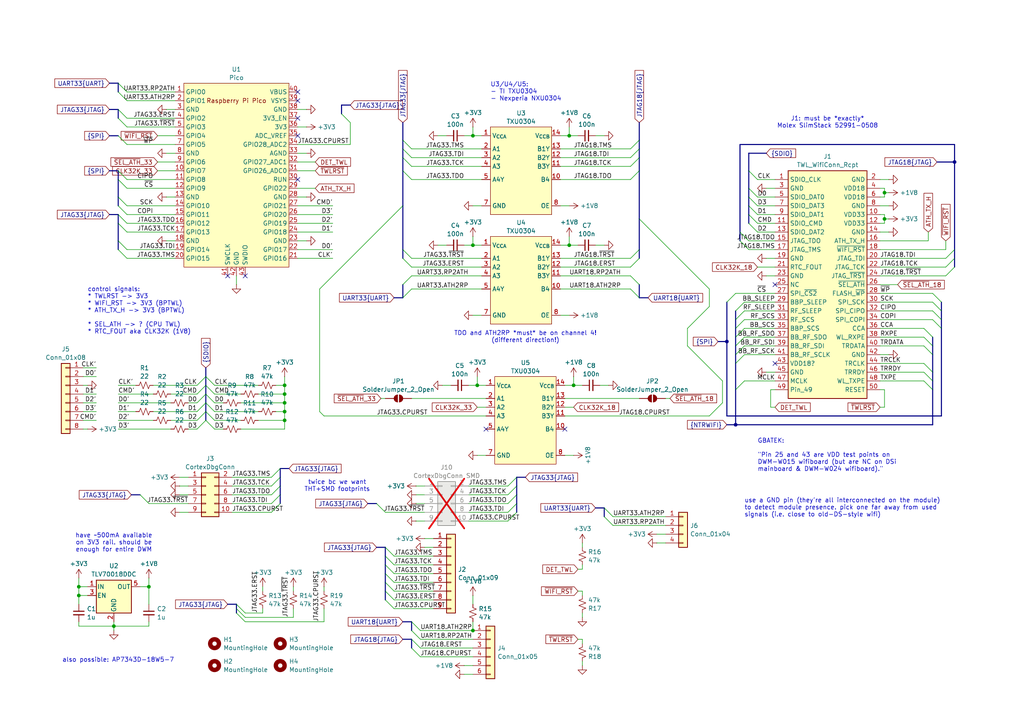
<source format=kicad_sch>
(kicad_sch (version 20231120) (generator "eeschema") (generator_version "8.0")
  (paper "A4")
  (title_block (title "ath-dbg") (date "2025-02-07") (rev "v0") (company "PoroCYon") (comment 1 "CERN-OHL-S v2"))
  (bus_alias "JTAG" (members "TMS" "TCK" "TDI" "TDO" "~{TRST}" "ERST" "CPURST"))
  (bus_alias "NTRWIFI" (members "BB_SLEEP" "RF_SLEEP" "RF_SCS" "BB_SCS" "BB_RF_SDO" "BB_RF_SDI" "BB_RF_SCK" "MCLK" "CCA" "RXPE" "TXPE" "TRDATA" "TRCLK" "TRRDY"))
  (bus_alias "SDIO" (members "CLK" "CMD" "D0" "D1" "D2" "D3"))
  (bus_alias "SPI" (members "SCK" "COPI" "CIPO" "~{CS}" "~{WP}"))
  (bus_alias "UART" (members "ATH2RP" "RP2ATH"))
  (junction (at 344.17 161.29))
  (junction (at 82.55 116.84))
  (junction (at 213.36 123.19))
  (junction (at 82.55 119.38))
  (junction (at 137.16 182.88))
  (junction (at 341.63 22.86))
  (junction (at 137.16 71.12))
  (junction (at 377.19 161.29))
  (junction (at 82.55 121.92))
  (junction (at 33.02 181.61))
  (junction (at 137.16 39.37))
  (junction (at 392.43 99.06))
  (junction (at 256.54 63.5))
  (junction (at 138.43 111.76))
  (junction (at 166.37 111.76))
  (junction (at 82.55 114.3))
  (junction (at 335.28 -34.29))
  (junction (at 22.86 170.18))
  (junction (at 165.1 39.37))
  (junction (at 165.1 71.12))
  (junction (at 210.82 99.06))
  (junction (at 336.55 -3.81))
  (junction (at 276.86 46.99))
  (junction (at 256.54 55.88))
  (junction (at 82.55 111.76))
  (junction (at 22.86 172.72))
  (junction (at 336.55 1.27))
  (junction (at 43.18 170.18))
  (no_connect (at 66.04 80.01))
  (no_connect (at 345.44 119.38))
  (no_connect (at 375.92 101.6))
  (no_connect (at 345.44 116.84))
  (no_connect (at 140.97 124.46))
  (no_connect (at 163.83 124.46))
  (no_connect (at 375.92 104.14))
  (no_connect (at 375.92 106.68))
  (no_connect (at 345.44 101.6))
  (no_connect (at 375.92 111.76))
  (no_connect (at 224.79 82.55))
  (no_connect (at 375.92 119.38))
  (no_connect (at 345.44 106.68))
  (no_connect (at 86.36 26.67))
  (no_connect (at 345.44 109.22))
  (no_connect (at 345.44 114.3))
  (no_connect (at 375.92 116.84))
  (no_connect (at 71.12 80.01))
  (no_connect (at 86.36 29.21))
  (no_connect (at 86.36 34.29))
  (no_connect (at 86.36 52.07))
  (no_connect (at 86.36 39.37))
  (no_connect (at 224.79 105.41))
  (no_connect (at 345.44 111.76))
  (no_connect (at 375.92 109.22))
  (bus_entry (at 34.29 49.53) (size 2.54 2.54))
  (bus_entry (at 389.89 139.7) (size 2.54 -2.54))
  (bus_entry (at 339.09 124.46) (size 2.54 2.54))
  (bus_entry (at 185.42 43.18) (size -2.54 2.54))
  (bus_entry (at 34.29 62.23) (size 2.54 2.54))
  (bus_entry (at 389.89 137.16) (size 2.54 -2.54))
  (bus_entry (at 217.17 59.69) (size 2.54 2.54))
  (bus_entry (at 341.63 38.1) (size 2.54 2.54))
  (bus_entry (at 57.15 124.46) (size 2.54 -2.54))
  (bus_entry (at 213.36 105.41) (size 2.54 -2.54))
  (bus_entry (at 276.86 77.47) (size -2.54 2.54))
  (bus_entry (at 389.89 127) (size 2.54 -2.54))
  (bus_entry (at 111.76 168.91) (size 2.54 2.54))
  (bus_entry (at 214.63 67.31) (size 2.54 2.54))
  (bus_entry (at 341.63 40.64) (size 2.54 2.54))
  (bus_entry (at 34.29 34.29) (size 2.54 2.54))
  (bus_entry (at 81.28 140.97) (size -2.54 2.54))
  (bus_entry (at 34.29 39.37) (size 2.54 2.54))
  (bus_entry (at 116.84 74.93) (size 2.54 2.54))
  (bus_entry (at 384.81 38.1) (size -2.54 2.54))
  (bus_entry (at 276.86 72.39) (size -2.54 2.54))
  (bus_entry (at 384.81 43.18) (size -2.54 2.54))
  (bus_entry (at 339.09 132.08) (size 2.54 2.54))
  (bus_entry (at 34.29 26.67) (size 2.54 2.54))
  (bus_entry (at 339.09 127) (size 2.54 2.54))
  (bus_entry (at 68.58 177.8) (size 2.54 2.54))
  (bus_entry (at 270.51 110.49) (size -2.54 -2.54))
  (bus_entry (at 384.81 53.34) (size -2.54 2.54))
  (bus_entry (at 341.63 45.72) (size 2.54 2.54))
  (bus_entry (at 384.81 48.26) (size -2.54 2.54))
  (bus_entry (at 217.17 49.53) (size 2.54 2.54))
  (bus_entry (at 57.15 114.3) (size 2.54 -2.54))
  (bus_entry (at 341.63 58.42) (size 2.54 2.54))
  (bus_entry (at 68.58 175.26) (size 2.54 2.54))
  (bus_entry (at 34.29 69.85) (size 2.54 2.54))
  (bus_entry (at 217.17 54.61) (size 2.54 2.54))
  (bus_entry (at 273.05 87.63) (size -2.54 -2.54))
  (bus_entry (at 273.05 90.17) (size -2.54 -2.54))
  (bus_entry (at 62.23 124.46) (size -2.54 -2.54))
  (bus_entry (at 149.86 140.97) (size -2.54 2.54))
  (bus_entry (at 57.15 116.84) (size 2.54 -2.54))
  (bus_entry (at 335.28 144.78) (size 2.54 2.54))
  (bus_entry (at 217.17 62.23) (size 2.54 2.54))
  (bus_entry (at 149.86 148.59) (size -2.54 2.54))
  (bus_entry (at 116.84 49.53) (size 2.54 2.54))
  (bus_entry (at 99.06 33.02) (size 2.54 2.54))
  (bus_entry (at 111.76 173.99) (size 2.54 2.54))
  (bus_entry (at 175.26 149.86) (size 2.54 2.54))
  (bus_entry (at 389.89 129.54) (size 2.54 -2.54))
  (bus_entry (at 149.86 146.05) (size -2.54 2.54))
  (bus_entry (at 213.36 100.33) (size 2.54 -2.54))
  (bus_entry (at 217.17 57.15) (size 2.54 2.54))
  (bus_entry (at 34.29 72.39) (size 2.54 2.54))
  (bus_entry (at 341.63 48.26) (size 2.54 2.54))
  (bus_entry (at 116.84 45.72) (size 2.54 2.54))
  (bus_entry (at 111.76 163.83) (size 2.54 2.54))
  (bus_entry (at 40.64 143.51) (size 2.54 2.54))
  (bus_entry (at 57.15 121.92) (size 2.54 -2.54))
  (bus_entry (at 213.36 92.71) (size 2.54 -2.54))
  (bus_entry (at 341.63 43.18) (size 2.54 2.54))
  (bus_entry (at 273.05 95.25) (size -2.54 -2.54))
  (bus_entry (at 213.36 97.79) (size 2.54 -2.54))
  (bus_entry (at 62.23 114.3) (size -2.54 -2.54))
  (bus_entry (at 339.09 142.24) (size 2.54 2.54))
  (bus_entry (at 270.51 102.87) (size -2.54 -2.54))
  (bus_entry (at 62.23 121.92) (size -2.54 -2.54))
  (bus_entry (at 270.51 113.03) (size -2.54 -2.54))
  (bus_entry (at 81.28 135.89) (size -2.54 2.54))
  (bus_entry (at 34.29 24.13) (size 2.54 2.54))
  (bus_entry (at 149.86 138.43) (size -2.54 2.54))
  (bus_entry (at 81.28 138.43) (size -2.54 2.54))
  (bus_entry (at 270.51 97.79) (size -2.54 -2.54))
  (bus_entry (at 384.81 40.64) (size -2.54 2.54))
  (bus_entry (at 114.3 62.23) (size 2.54 -2.54))
  (bus_entry (at 185.42 72.39) (size -2.54 2.54))
  (bus_entry (at 389.89 144.78) (size 2.54 -2.54))
  (bus_entry (at 81.28 146.05) (size -2.54 2.54))
  (bus_entry (at 273.05 92.71) (size -2.54 -2.54))
  (bus_entry (at 62.23 116.84) (size -2.54 -2.54))
  (bus_entry (at 389.89 132.08) (size 2.54 -2.54))
  (bus_entry (at 119.38 180.34) (size 2.54 2.54))
  (bus_entry (at 185.42 82.55) (size -2.54 -2.54))
  (bus_entry (at 34.29 52.07) (size 2.54 2.54))
  (bus_entry (at 111.76 158.75) (size 2.54 2.54))
  (bus_entry (at 389.89 147.32) (size 2.54 -2.54))
  (bus_entry (at 119.38 182.88) (size 2.54 2.54))
  (bus_entry (at 175.26 147.32) (size 2.54 2.54))
  (bus_entry (at 119.38 187.96) (size 2.54 2.54))
  (bus_entry (at 339.09 137.16) (size 2.54 2.54))
  (bus_entry (at 116.84 72.39) (size 2.54 2.54))
  (bus_entry (at 185.42 86.36) (size -2.54 -2.54))
  (bus_entry (at 68.58 176.53) (size 2.54 2.54))
  (bus_entry (at 341.63 53.34) (size 2.54 2.54))
  (bus_entry (at 116.84 82.55) (size 2.54 -2.54))
  (bus_entry (at 213.36 113.03) (size 2.54 -2.54))
  (bus_entry (at 109.22 146.05) (size 2.54 2.54))
  (bus_entry (at 213.36 90.17) (size 2.54 -2.54))
  (bus_entry (at 57.15 111.76) (size 2.54 -2.54))
  (bus_entry (at 57.15 119.38) (size 2.54 -2.54))
  (bus_entry (at 389.89 142.24) (size 2.54 -2.54))
  (bus_entry (at 111.76 161.29) (size 2.54 2.54))
  (bus_entry (at 217.17 64.77) (size 2.54 2.54))
  (bus_entry (at 187.96 66.04) (size -2.54 -2.54))
  (bus_entry (at 185.42 74.93) (size -2.54 2.54))
  (bus_entry (at 34.29 31.75) (size 2.54 2.54))
  (bus_entry (at 34.29 57.15) (size 2.54 2.54))
  (bus_entry (at 276.86 74.93) (size -2.54 2.54))
  (bus_entry (at 111.76 171.45) (size 2.54 2.54))
  (bus_entry (at 213.36 95.25) (size 2.54 -2.54))
  (bus_entry (at 116.84 43.18) (size 2.54 2.54))
  (bus_entry (at 111.76 166.37) (size 2.54 2.54))
  (bus_entry (at 337.82 119.38) (size 2.54 2.54))
  (bus_entry (at 149.86 143.51) (size -2.54 2.54))
  (bus_entry (at 34.29 59.69) (size 2.54 2.54))
  (bus_entry (at 34.29 64.77) (size 2.54 2.54))
  (bus_entry (at 185.42 45.72) (size -2.54 2.54))
  (bus_entry (at 389.89 134.62) (size 2.54 -2.54))
  (bus_entry (at 213.36 102.87) (size 2.54 -2.54))
  (bus_entry (at 185.42 40.64) (size -2.54 2.54))
  (bus_entry (at 62.23 111.76) (size -2.54 -2.54))
  (bus_entry (at 62.23 119.38) (size -2.54 -2.54))
  (bus_entry (at 341.63 50.8) (size 2.54 2.54))
  (bus_entry (at 119.38 185.42) (size 2.54 2.54))
  (bus_entry (at 214.63 69.85) (size 2.54 2.54))
  (bus_entry (at 116.84 86.36) (size 2.54 -2.54))
  (bus_entry (at 384.81 55.88) (size -2.54 2.54))
  (bus_entry (at 270.51 107.95) (size -2.54 -2.54))
  (bus_entry (at 339.09 129.54) (size 2.54 2.54))
  (bus_entry (at 185.42 49.53) (size -2.54 2.54))
  (bus_entry (at 270.51 100.33) (size -2.54 -2.54))
  (bus_entry (at 116.84 40.64) (size 2.54 2.54))
  (bus_entry (at 81.28 143.51) (size -2.54 2.54))
  (bus_entry (at 210.82 87.63) (size 2.54 -2.54))
  (bus_entry (at 335.28 147.32) (size 2.54 2.54))
  (wire (pts (xy 139.7 71.12) (xy 137.16 71.12)))
  (bus (pts (xy 83.82 135.89) (xy 81.28 135.89)))
  (wire (pts (xy 168.91 186.69) (xy 168.91 185.42)))
  (wire (pts (xy 76.2 177.8) (xy 76.2 176.53)))
  (wire (pts (xy 330.2 -5.08) (xy 331.47 -5.08)))
  (wire (pts (xy 162.56 71.12) (xy 165.1 71.12)))
  (wire (pts (xy 22.86 172.72) (xy 22.86 175.26)))
  (wire (pts (xy 346.71 -30.48) (xy 341.63 -30.48)))
  (bus (pts (xy 339.09 132.08) (xy 339.09 137.16)))
  (wire (pts (xy 370.84 36.83) (xy 372.11 36.83)))
  (bus (pts (xy 213.36 92.71) (xy 213.36 95.25)))
  (wire (pts (xy 22.86 172.72) (xy 22.86 170.18)))
  (wire (pts (xy 341.63 144.78) (xy 345.44 144.78)))
  (wire (pts (xy 165.1 39.37) (xy 167.64 39.37)))
  (wire (pts (xy 135.89 146.05) (xy 147.32 146.05)))
  (wire (pts (xy 119.38 48.26) (xy 139.7 48.26)))
  (wire (pts (xy 326.39 -34.29) (xy 328.93 -34.29)))
  (wire (pts (xy 375.92 144.78) (xy 389.89 144.78)))
  (wire (pts (xy 215.9 97.79) (xy 224.79 97.79)))
  (wire (pts (xy 165.1 59.69) (xy 162.56 59.69)))
  (wire (pts (xy 334.01 -34.29) (xy 335.28 -34.29)))
  (wire (pts (xy 205.74 120.65) (xy 209.55 116.84)))
  (wire (pts (xy 76.2 170.18) (xy 76.2 171.45)))
  (wire (pts (xy 22.86 180.34) (xy 22.86 181.61)))
  (bus (pts (xy 270.51 102.87) (xy 270.51 107.95)))
  (bus (pts (xy 339.09 22.86) (xy 341.63 22.86)))
  (wire (pts (xy 119.38 43.18) (xy 139.7 43.18)))
  (wire (pts (xy 255.27 67.31) (xy 257.81 67.31)))
  (bus (pts (xy 341.63 38.1) (xy 341.63 40.64)))
  (wire (pts (xy 69.85 114.3) (xy 62.23 114.3)))
  (wire (pts (xy 52.07 140.97) (xy 54.61 140.97)))
  (wire (pts (xy 34.29 116.84) (xy 49.53 116.84)))
  (wire (pts (xy 255.27 87.63) (xy 270.51 87.63)))
  (wire (pts (xy 375.92 160.02) (xy 377.19 160.02)))
  (wire (pts (xy 199.39 95.25) (xy 199.39 100.33)))
  (wire (pts (xy 344.17 40.64) (xy 356.87 40.64)))
  (bus (pts (xy 34.29 62.23) (xy 34.29 64.77)))
  (wire (pts (xy 162.56 83.82) (xy 182.88 83.82)))
  (wire (pts (xy 162.56 39.37) (xy 165.1 39.37)))
  (wire (pts (xy 375.92 149.86) (xy 378.46 149.86)))
  (bus (pts (xy 31.75 62.23) (xy 34.29 62.23)))
  (wire (pts (xy 341.63 104.14) (xy 345.44 104.14)))
  (bus (pts (xy 213.36 123.19) (xy 270.51 123.19)))
  (bus (pts (xy 335.28 124.46) (xy 339.09 124.46)))
  (wire (pts (xy 369.57 60.96) (xy 382.27 60.96)))
  (wire (pts (xy 224.79 118.11) (xy 223.52 118.11)))
  (bus (pts (xy 339.09 127) (xy 339.09 129.54)))
  (wire (pts (xy 224.79 107.95) (xy 222.25 107.95)))
  (bus (pts (xy 111.76 163.83) (xy 111.76 166.37)))
  (bus (pts (xy 59.69 109.22) (xy 59.69 111.76)))
  (bus (pts (xy 34.29 64.77) (xy 34.29 69.85)))
  (bus (pts (xy 185.42 63.5) (xy 185.42 72.39)))
  (wire (pts (xy 93.98 170.18) (xy 93.98 171.45)))
  (wire (pts (xy 27.94 106.68) (xy 24.13 106.68)))
  (bus (pts (xy 213.36 113.03) (xy 213.36 123.19)))
  (wire (pts (xy 36.83 74.93) (xy 50.8 74.93)))
  (wire (pts (xy 45.72 39.37) (xy 50.8 39.37)))
  (wire (pts (xy 162.56 43.18) (xy 182.88 43.18)))
  (wire (pts (xy 219.71 59.69) (xy 224.79 59.69)))
  (bus (pts (xy 384.81 22.86) (xy 384.81 38.1)))
  (bus (pts (xy 34.29 49.53) (xy 34.29 52.07)))
  (wire (pts (xy 44.45 119.38) (xy 57.15 119.38)))
  (wire (pts (xy 269.24 67.31) (xy 269.24 69.85)))
  (wire (pts (xy 43.18 167.64) (xy 43.18 170.18)))
  (bus (pts (xy 339.09 137.16) (xy 339.09 142.24)))
  (wire (pts (xy 168.91 172.72) (xy 168.91 171.45)))
  (wire (pts (xy 96.52 59.69) (xy 86.36 59.69)))
  (wire (pts (xy 123.19 158.75) (xy 125.73 158.75)))
  (bus (pts (xy 341.63 53.34) (xy 341.63 50.8)))
  (bus (pts (xy 384.81 38.1) (xy 384.81 40.64)))
  (wire (pts (xy 137.16 180.34) (xy 137.16 182.88)))
  (wire (pts (xy 86.36 31.75) (xy 88.9 31.75)))
  (wire (pts (xy 43.18 146.05) (xy 54.61 146.05)))
  (bus (pts (xy 34.29 34.29) (xy 34.29 31.75)))
  (wire (pts (xy 375.92 142.24) (xy 389.89 142.24)))
  (wire (pts (xy 375.92 129.54) (xy 389.89 129.54)))
  (wire (pts (xy 255.27 57.15) (xy 256.54 57.15)))
  (wire (pts (xy 341.63 129.54) (xy 345.44 129.54)))
  (wire (pts (xy 205.74 83.82) (xy 205.74 88.9)))
  (wire (pts (xy 224.79 54.61) (xy 222.25 54.61)))
  (wire (pts (xy 341.63 -5.08) (xy 341.63 -6.35)))
  (bus (pts (xy 388.62 99.06) (xy 392.43 99.06)))
  (wire (pts (xy 43.18 170.18) (xy 43.18 175.26)))
  (wire (pts (xy 168.91 165.1) (xy 168.91 163.83)))
  (bus (pts (xy 270.51 107.95) (xy 270.51 110.49)))
  (wire (pts (xy 375.92 152.4) (xy 378.46 152.4)))
  (wire (pts (xy 92.71 119.38) (xy 92.71 83.82)))
  (bus (pts (xy 111.76 171.45) (xy 111.76 173.99)))
  (bus (pts (xy 392.43 142.24) (xy 392.43 139.7)))
  (wire (pts (xy 375.92 127) (xy 389.89 127)))
  (wire (pts (xy 36.83 29.21) (xy 50.8 29.21)))
  (bus (pts (xy 81.28 143.51) (xy 81.28 146.05)))
  (bus (pts (xy 213.36 95.25) (xy 213.36 97.79)))
  (wire (pts (xy 215.9 95.25) (xy 224.79 95.25)))
  (wire (pts (xy 166.37 132.08) (xy 163.83 132.08)))
  (wire (pts (xy 93.98 180.34) (xy 93.98 176.53)))
  (wire (pts (xy 337.82 -3.81) (xy 336.55 -3.81)))
  (bus (pts (xy 34.29 24.13) (xy 34.29 26.67)))
  (wire (pts (xy 50.8 69.85) (xy 48.26 69.85)))
  (wire (pts (xy 255.27 64.77) (xy 256.54 64.77)))
  (wire (pts (xy 255.27 82.55) (xy 260.35 82.55)))
  (wire (pts (xy 119.38 80.01) (xy 139.7 80.01)))
  (wire (pts (xy 49.53 121.92) (xy 57.15 121.92)))
  (bus (pts (xy 116.84 40.64) (xy 116.84 43.18)))
  (wire (pts (xy 139.7 59.69) (xy 137.16 59.69)))
  (wire (pts (xy 360.68 180.34) (xy 360.68 181.61)))
  (wire (pts (xy 45.72 46.99) (xy 50.8 46.99)))
  (wire (pts (xy 336.55 1.27) (xy 336.55 -3.81)))
  (wire (pts (xy 67.31 148.59) (xy 78.74 148.59)))
  (bus (pts (xy 149.86 143.51) (xy 149.86 146.05)))
  (wire (pts (xy 22.86 170.18) (xy 25.4 170.18)))
  (wire (pts (xy 162.56 48.26) (xy 182.88 48.26)))
  (wire (pts (xy 96.52 62.23) (xy 86.36 62.23)))
  (wire (pts (xy 369.57 35.56) (xy 370.84 35.56)))
  (wire (pts (xy 341.63 132.08) (xy 345.44 132.08)))
  (wire (pts (xy 165.1 91.44) (xy 162.56 91.44)))
  (wire (pts (xy 34.29 119.38) (xy 39.37 119.38)))
  (wire (pts (xy 135.89 140.97) (xy 147.32 140.97)))
  (wire (pts (xy 255.27 102.87) (xy 257.81 102.87)))
  (wire (pts (xy 82.55 114.3) (xy 82.55 116.84)))
  (wire (pts (xy 86.36 46.99) (xy 91.44 46.99)))
  (wire (pts (xy 68.58 80.01) (xy 68.58 82.55)))
  (wire (pts (xy 255.27 100.33) (xy 267.97 100.33)))
  (wire (pts (xy 219.71 64.77) (xy 224.79 64.77)))
  (bus (pts (xy 185.42 35.56) (xy 185.42 40.64)))
  (bus (pts (xy 106.68 146.05) (xy 109.22 146.05)))
  (bus (pts (xy 185.42 86.36) (xy 187.96 86.36)))
  (wire (pts (xy 119.38 74.93) (xy 139.7 74.93)))
  (wire (pts (xy 255.27 52.07) (xy 257.81 52.07)))
  (wire (pts (xy 54.61 124.46) (xy 57.15 124.46)))
  (bus (pts (xy 185.42 72.39) (xy 185.42 74.93)))
  (wire (pts (xy 162.56 74.93) (xy 182.88 74.93)))
  (wire (pts (xy 67.31 146.05) (xy 78.74 146.05)))
  (bus (pts (xy 119.38 182.88) (xy 119.38 180.34)))
  (wire (pts (xy 255.27 77.47) (xy 274.32 77.47)))
  (wire (pts (xy 96.52 67.31) (xy 86.36 67.31)))
  (wire (pts (xy 375.92 147.32) (xy 389.89 147.32)))
  (wire (pts (xy 137.16 172.72) (xy 137.16 175.26)))
  (bus (pts (xy 217.17 44.45) (xy 222.25 44.45)))
  (wire (pts (xy 50.8 57.15) (xy 48.26 57.15)))
  (wire (pts (xy 33.02 181.61) (xy 33.02 182.88)))
  (bus (pts (xy 213.36 100.33) (xy 213.36 102.87)))
  (wire (pts (xy 128.27 111.76) (xy 130.81 111.76)))
  (wire (pts (xy 215.9 92.71) (xy 224.79 92.71)))
  (bus (pts (xy 111.76 161.29) (xy 111.76 163.83)))
  (wire (pts (xy 255.27 105.41) (xy 267.97 105.41)))
  (bus (pts (xy 99.06 30.48) (xy 101.6 30.48)))
  (bus (pts (xy 116.84 45.72) (xy 116.84 49.53)))
  (wire (pts (xy 86.36 57.15) (xy 88.9 57.15)))
  (bus (pts (xy 34.29 39.37) (xy 31.75 39.37)))
  (wire (pts (xy 344.17 55.88) (xy 356.87 55.88)))
  (wire (pts (xy 316.23 -30.48) (xy 317.5 -30.48)))
  (wire (pts (xy 256.54 57.15) (xy 256.54 55.88)))
  (bus (pts (xy 59.69 114.3) (xy 59.69 116.84)))
  (bus (pts (xy 59.69 106.68) (xy 59.69 109.22)))
  (wire (pts (xy 255.27 97.79) (xy 267.97 97.79)))
  (wire (pts (xy 36.83 67.31) (xy 50.8 67.31)))
  (wire (pts (xy 86.36 44.45) (xy 88.9 44.45)))
  (wire (pts (xy 215.9 87.63) (xy 224.79 87.63)))
  (bus (pts (xy 116.84 43.18) (xy 116.84 45.72)))
  (wire (pts (xy 134.62 195.58) (xy 137.16 195.58)))
  (wire (pts (xy 120.65 146.05) (xy 123.19 146.05)))
  (wire (pts (xy 331.47 -5.08) (xy 331.47 -6.35)))
  (wire (pts (xy 325.12 -30.48) (xy 331.47 -30.48)))
  (wire (pts (xy 370.84 38.1) (xy 370.84 36.83)))
  (bus (pts (xy 34.29 57.15) (xy 34.29 59.69)))
  (bus (pts (xy 270.51 97.79) (xy 270.51 100.33)))
  (wire (pts (xy 114.3 168.91) (xy 125.73 168.91)))
  (bus (pts (xy 59.69 111.76) (xy 59.69 114.3)))
  (wire (pts (xy 92.71 83.82) (xy 114.3 62.23)))
  (wire (pts (xy 199.39 100.33) (xy 209.55 110.49)))
  (bus (pts (xy 392.43 99.06) (xy 392.43 92.71)))
  (wire (pts (xy 138.43 132.08) (xy 140.97 132.08)))
  (wire (pts (xy 85.09 170.18) (xy 85.09 171.45)))
  (wire (pts (xy 33.02 180.34) (xy 33.02 181.61)))
  (wire (pts (xy 27.94 114.3) (xy 24.13 114.3)))
  (bus (pts (xy 217.17 57.15) (xy 217.17 59.69)))
  (wire (pts (xy 64.77 116.84) (xy 62.23 116.84)))
  (wire (pts (xy 120.65 143.51) (xy 123.19 143.51)))
  (wire (pts (xy 375.92 137.16) (xy 389.89 137.16)))
  (wire (pts (xy 354.33 -30.48) (xy 355.6 -30.48)))
  (wire (pts (xy 337.82 147.32) (xy 345.44 147.32)))
  (bus (pts (xy 392.43 127) (xy 392.43 129.54)))
  (wire (pts (xy 36.83 52.07) (xy 50.8 52.07)))
  (bus (pts (xy 66.04 175.26) (xy 68.58 175.26)))
  (wire (pts (xy 345.44 142.24) (xy 342.9 142.24)))
  (wire (pts (xy 224.79 74.93) (xy 222.25 74.93)))
  (bus (pts (xy 68.58 176.53) (xy 68.58 177.8)))
  (wire (pts (xy 36.83 41.91) (xy 50.8 41.91)))
  (wire (pts (xy 369.57 45.72) (xy 382.27 45.72)))
  (wire (pts (xy 341.63 139.7) (xy 345.44 139.7)))
  (bus (pts (xy 116.84 59.69) (xy 116.84 72.39)))
  (wire (pts (xy 255.27 113.03) (xy 256.54 113.03)))
  (bus (pts (xy 116.84 49.53) (xy 116.84 59.69)))
  (wire (pts (xy 50.8 31.75) (xy 48.26 31.75)))
  (wire (pts (xy 360.68 186.69) (xy 360.68 187.96)))
  (bus (pts (xy 276.86 46.99) (xy 276.86 72.39)))
  (wire (pts (xy 255.27 95.25) (xy 267.97 95.25)))
  (wire (pts (xy 114.3 161.29) (xy 125.73 161.29)))
  (wire (pts (xy 255.27 107.95) (xy 267.97 107.95)))
  (wire (pts (xy 224.79 80.01) (xy 222.25 80.01)))
  (wire (pts (xy 375.92 132.08) (xy 389.89 132.08)))
  (wire (pts (xy 345.44 157.48) (xy 342.9 157.48)))
  (bus (pts (xy 185.42 43.18) (xy 185.42 45.72)))
  (bus (pts (xy 335.28 147.32) (xy 335.28 144.78)))
  (wire (pts (xy 86.36 41.91) (xy 101.6 41.91)))
  (wire (pts (xy 219.71 57.15) (xy 224.79 57.15)))
  (wire (pts (xy 213.36 85.09) (xy 224.79 85.09)))
  (wire (pts (xy 137.16 39.37) (xy 139.7 39.37)))
  (bus (pts (xy 185.42 49.53) (xy 185.42 63.5)))
  (bus (pts (xy 38.1 143.51) (xy 40.64 143.51)))
  (wire (pts (xy 187.96 66.04) (xy 205.74 83.82)))
  (wire (pts (xy 27.94 119.38) (xy 24.13 119.38)))
  (wire (pts (xy 67.31 143.51) (xy 78.74 143.51)))
  (bus (pts (xy 392.43 137.16) (xy 392.43 134.62)))
  (bus (pts (xy 68.58 175.26) (xy 68.58 176.53)))
  (wire (pts (xy 345.44 137.16) (xy 342.9 137.16)))
  (wire (pts (xy 119.38 115.57) (xy 140.97 115.57)))
  (bus (pts (xy 116.84 35.56) (xy 116.84 40.64)))
  (bus (pts (xy 384.81 43.18) (xy 384.81 48.26)))
  (wire (pts (xy 217.17 72.39) (xy 224.79 72.39)))
  (wire (pts (xy 163.83 118.11) (xy 166.37 118.11)))
  (wire (pts (xy 223.52 118.11) (xy 223.52 113.03)))
  (wire (pts (xy 86.36 49.53) (xy 91.44 49.53)))
  (wire (pts (xy 215.9 90.17) (xy 224.79 90.17)))
  (wire (pts (xy 36.83 62.23) (xy 50.8 62.23)))
  (wire (pts (xy 82.55 111.76) (xy 80.01 111.76)))
  (wire (pts (xy 85.09 176.53) (xy 85.09 179.07)))
  (wire (pts (xy 166.37 111.76) (xy 168.91 111.76)))
  (wire (pts (xy 342.9 161.29) (xy 344.17 161.29)))
  (wire (pts (xy 199.39 95.25) (xy 205.74 88.9)))
  (bus (pts (xy 392.43 144.78) (xy 392.43 142.24)))
  (wire (pts (xy 344.17 48.26) (xy 356.87 48.26)))
  (wire (pts (xy 256.54 64.77) (xy 256.54 63.5)))
  (bus (pts (xy 116.84 185.42) (xy 119.38 185.42)))
  (wire (pts (xy 101.6 35.56) (xy 101.6 41.91)))
  (bus (pts (xy 276.86 72.39) (xy 276.86 74.93)))
  (wire (pts (xy 377.19 162.56) (xy 375.92 162.56)))
  (bus (pts (xy 81.28 140.97) (xy 81.28 143.51)))
  (wire (pts (xy 256.54 63.5) (xy 257.81 63.5)))
  (wire (pts (xy 36.83 72.39) (xy 50.8 72.39)))
  (wire (pts (xy 119.38 77.47) (xy 139.7 77.47)))
  (wire (pts (xy 256.54 62.23) (xy 255.27 62.23)))
  (bus (pts (xy 341.63 45.72) (xy 341.63 43.18)))
  (wire (pts (xy 217.17 69.85) (xy 224.79 69.85)))
  (bus (pts (xy 217.17 49.53) (xy 217.17 54.61)))
  (wire (pts (xy 375.92 121.92) (xy 381 121.92)))
  (wire (pts (xy 114.3 173.99) (xy 125.73 173.99)))
  (wire (pts (xy 24.13 124.46) (xy 25.4 124.46)))
  (wire (pts (xy 256.54 63.5) (xy 256.54 62.23)))
  (wire (pts (xy 139.7 91.44) (xy 137.16 91.44)))
  (wire (pts (xy 256.54 113.03) (xy 256.54 118.11)))
  (bus (pts (xy 34.29 69.85) (xy 34.29 72.39)))
  (wire (pts (xy 256.54 118.11) (xy 255.27 118.11)))
  (wire (pts (xy 344.17 162.56) (xy 345.44 162.56)))
  (wire (pts (xy 82.55 116.84) (xy 69.85 116.84)))
  (wire (pts (xy 356.87 35.56) (xy 351.79 35.56)))
  (bus (pts (xy 392.43 134.62) (xy 394.97 134.62)))
  (wire (pts (xy 86.36 36.83) (xy 88.9 36.83)))
  (wire (pts (xy 190.5 154.94) (xy 193.04 154.94)))
  (wire (pts (xy 27.94 116.84) (xy 24.13 116.84)))
  (bus (pts (xy 214.63 41.91) (xy 214.63 67.31)))
  (wire (pts (xy 96.52 74.93) (xy 86.36 74.93)))
  (wire (pts (xy 351.79 38.1) (xy 356.87 38.1)))
  (bus (pts (xy 276.86 74.93) (xy 276.86 77.47)))
  (wire (pts (xy 255.27 92.71) (xy 270.51 92.71)))
  (wire (pts (xy 22.86 181.61) (xy 33.02 181.61)))
  (wire (pts (xy 341.63 127) (xy 345.44 127)))
  (bus (pts (xy 384.81 40.64) (xy 384.81 43.18)))
  (wire (pts (xy 163.83 111.76) (xy 166.37 111.76)))
  (wire (pts (xy 162.56 80.01) (xy 182.88 80.01)))
  (wire (pts (xy 91.44 54.61) (xy 86.36 54.61)))
  (bus (pts (xy 81.28 135.89) (xy 81.28 138.43)))
  (bus (pts (xy 392.43 129.54) (xy 392.43 132.08)))
  (wire (pts (xy 209.55 110.49) (xy 209.55 116.84)))
  (wire (pts (xy 255.27 85.09) (xy 270.51 85.09)))
  (wire (pts (xy 162.56 77.47) (xy 182.88 77.47)))
  (wire (pts (xy 114.3 171.45) (xy 125.73 171.45)))
  (wire (pts (xy 137.16 71.12) (xy 134.62 71.12)))
  (wire (pts (xy 335.28 -34.29) (xy 335.28 -38.1)))
  (wire (pts (xy 82.55 121.92) (xy 74.93 121.92)))
  (wire (pts (xy 137.16 36.83) (xy 137.16 39.37)))
  (wire (pts (xy 359.41 187.96) (xy 360.68 187.96)))
  (wire (pts (xy 345.44 152.4) (xy 342.9 152.4)))
  (wire (pts (xy 215.9 100.33) (xy 224.79 100.33)))
  (wire (pts (xy 345.44 160.02) (xy 344.17 160.02)))
  (bus (pts (xy 152.4 138.43) (xy 149.86 138.43)))
  (wire (pts (xy 36.83 36.83) (xy 50.8 36.83)))
  (wire (pts (xy 71.12 179.07) (xy 85.09 179.07)))
  (wire (pts (xy 327.66 1.27) (xy 330.2 1.27)))
  (wire (pts (xy 82.55 109.22) (xy 82.55 111.76)))
  (bus (pts (xy 34.29 52.07) (xy 34.29 57.15)))
  (bus (pts (xy 341.63 48.26) (xy 341.63 45.72)))
  (bus (pts (xy 273.05 87.63) (xy 273.05 90.17)))
  (wire (pts (xy 172.72 39.37) (xy 175.26 39.37)))
  (wire (pts (xy 345.44 58.42) (xy 356.87 58.42)))
  (wire (pts (xy 369.57 55.88) (xy 382.27 55.88)))
  (wire (pts (xy 36.83 34.29) (xy 50.8 34.29)))
  (wire (pts (xy 121.92 187.96) (xy 137.16 187.96)))
  (wire (pts (xy 34.29 121.92) (xy 44.45 121.92)))
  (wire (pts (xy 114.3 176.53) (xy 125.73 176.53)))
  (wire (pts (xy 110.49 115.57) (xy 111.76 115.57)))
  (wire (pts (xy 138.43 111.76) (xy 140.97 111.76)))
  (wire (pts (xy 274.32 69.85) (xy 274.32 72.39)))
  (wire (pts (xy 163.83 120.65) (xy 205.74 120.65)))
  (bus (pts (xy 116.84 72.39) (xy 116.84 74.93)))
  (bus (pts (xy 214.63 41.91) (xy 276.86 41.91)))
  (wire (pts (xy 344.17 161.29) (xy 344.17 162.56)))
  (bus (pts (xy 31.75 31.75) (xy 34.29 31.75)))
  (wire (pts (xy 135.89 143.51) (xy 147.32 143.51)))
  (wire (pts (xy 274.32 72.39) (xy 255.27 72.39)))
  (wire (pts (xy 43.18 180.34) (xy 43.18 181.61)))
  (wire (pts (xy 93.98 120.65) (xy 140.97 120.65)))
  (wire (pts (xy 176.53 111.76) (xy 173.99 111.76)))
  (wire (pts (xy 375.92 124.46) (xy 378.46 124.46)))
  (wire (pts (xy 172.72 71.12) (xy 175.26 71.12)))
  (wire (pts (xy 375.92 134.62) (xy 389.89 134.62)))
  (wire (pts (xy 255.27 59.69) (xy 257.81 59.69)))
  (wire (pts (xy 135.89 151.13) (xy 147.32 151.13)))
  (bus (pts (xy 210.82 99.06) (xy 210.82 120.65)))
  (wire (pts (xy 67.31 138.43) (xy 78.74 138.43)))
  (wire (pts (xy 344.17 50.8) (xy 356.87 50.8)))
  (wire (pts (xy 163.83 115.57) (xy 185.42 115.57)))
  (bus (pts (xy 384.81 53.34) (xy 384.81 55.88)))
  (wire (pts (xy 344.17 45.72) (xy 356.87 45.72)))
  (wire (pts (xy 25.4 172.72) (xy 22.86 172.72)))
  (bus (pts (xy 273.05 92.71) (xy 273.05 95.25)))
  (wire (pts (xy 177.8 152.4) (xy 193.04 152.4)))
  (wire (pts (xy 165.1 68.58) (xy 165.1 71.12)))
  (wire (pts (xy 369.57 50.8) (xy 382.27 50.8)))
  (wire (pts (xy 96.52 64.77) (xy 86.36 64.77)))
  (bus (pts (xy 185.42 45.72) (xy 185.42 49.53)))
  (wire (pts (xy 344.17 43.18) (xy 356.87 43.18)))
  (wire (pts (xy 129.54 39.37) (xy 127 39.37)))
  (wire (pts (xy 255.27 90.17) (xy 270.51 90.17)))
  (wire (pts (xy 341.63 134.62) (xy 345.44 134.62)))
  (wire (pts (xy 369.57 38.1) (xy 370.84 38.1)))
  (bus (pts (xy 276.86 46.99) (xy 276.86 41.91)))
  (wire (pts (xy 344.17 160.02) (xy 344.17 161.29)))
  (wire (pts (xy 34.29 114.3) (xy 44.45 114.3)))
  (wire (pts (xy 67.31 140.97) (xy 78.74 140.97)))
  (bus (pts (xy 31.75 24.13) (xy 34.29 24.13)))
  (bus (pts (xy 213.36 97.79) (xy 213.36 100.33)))
  (wire (pts (xy 36.83 59.69) (xy 50.8 59.69)))
  (bus (pts (xy 332.74 144.78) (xy 335.28 144.78)))
  (wire (pts (xy 138.43 118.11) (xy 140.97 118.11)))
  (wire (pts (xy 370.84 34.29) (xy 372.11 34.29)))
  (wire (pts (xy 82.55 119.38) (xy 82.55 121.92)))
  (wire (pts (xy 165.1 36.83) (xy 165.1 39.37)))
  (bus (pts (xy 99.06 30.48) (xy 99.06 33.02)))
  (wire (pts (xy 52.07 148.59) (xy 54.61 148.59)))
  (wire (pts (xy 121.92 185.42) (xy 137.16 185.42)))
  (wire (pts (xy 335.28 -34.29) (xy 335.28 -29.21)))
  (bus (pts (xy 392.43 139.7) (xy 392.43 137.16)))
  (wire (pts (xy 36.83 26.67) (xy 50.8 26.67)))
  (wire (pts (xy 121.92 182.88) (xy 137.16 182.88)))
  (bus (pts (xy 392.43 124.46) (xy 392.43 127)))
  (wire (pts (xy 71.12 177.8) (xy 76.2 177.8)))
  (bus (pts (xy 337.82 92.71) (xy 337.82 119.38)))
  (wire (pts (xy 40.64 170.18) (xy 43.18 170.18)))
  (wire (pts (xy 93.98 120.65) (xy 92.71 119.38)))
  (bus (pts (xy 111.76 166.37) (xy 111.76 168.91)))
  (wire (pts (xy 337.82 149.86) (xy 345.44 149.86)))
  (wire (pts (xy 24.13 121.92) (xy 27.94 121.92)))
  (wire (pts (xy 24.13 111.76) (xy 25.4 111.76)))
  (wire (pts (xy 255.27 110.49) (xy 267.97 110.49)))
  (wire (pts (xy 64.77 124.46) (xy 62.23 124.46)))
  (bus (pts (xy 210.82 87.63) (xy 210.82 99.06)))
  (bus (pts (xy 341.63 22.86) (xy 341.63 38.1)))
  (wire (pts (xy 375.92 139.7) (xy 389.89 139.7)))
  (wire (pts (xy 71.12 180.34) (xy 93.98 180.34)))
  (wire (pts (xy 52.07 143.51) (xy 54.61 143.51)))
  (bus (pts (xy 213.36 90.17) (xy 213.36 92.71)))
  (wire (pts (xy 138.43 109.22) (xy 138.43 111.76)))
  (bus (pts (xy 271.78 46.99) (xy 276.86 46.99)))
  (wire (pts (xy 82.55 116.84) (xy 82.55 119.38)))
  (bus (pts (xy 119.38 185.42) (xy 119.38 187.96)))
  (wire (pts (xy 167.64 171.45) (xy 168.91 171.45)))
  (wire (pts (xy 86.36 69.85) (xy 88.9 69.85)))
  (bus (pts (xy 341.63 50.8) (xy 341.63 48.26)))
  (wire (pts (xy 215.9 102.87) (xy 224.79 102.87)))
  (bus (pts (xy 339.09 129.54) (xy 339.09 132.08)))
  (wire (pts (xy 219.71 62.23) (xy 224.79 62.23)))
  (bus (pts (xy 217.17 62.23) (xy 217.17 64.77)))
  (bus (pts (xy 273.05 120.65) (xy 210.82 120.65)))
  (wire (pts (xy 190.5 157.48) (xy 193.04 157.48)))
  (wire (pts (xy 257.81 55.88) (xy 256.54 55.88)))
  (wire (pts (xy 45.72 49.53) (xy 50.8 49.53)))
  (bus (pts (xy 172.72 147.32) (xy 175.26 147.32)))
  (wire (pts (xy 137.16 68.58) (xy 137.16 71.12)))
  (bus (pts (xy 213.36 102.87) (xy 213.36 105.41)))
  (wire (pts (xy 119.38 45.72) (xy 139.7 45.72)))
  (wire (pts (xy 335.28 1.27) (xy 336.55 1.27)))
  (bus (pts (xy 270.51 113.03) (xy 270.51 123.19)))
  (wire (pts (xy 49.53 114.3) (xy 57.15 114.3)))
  (wire (pts (xy 369.57 48.26) (xy 381 48.26)))
  (wire (pts (xy 177.8 149.86) (xy 193.04 149.86)))
  (wire (pts (xy 344.17 63.5) (xy 356.87 63.5)))
  (wire (pts (xy 375.92 157.48) (xy 378.46 157.48)))
  (wire (pts (xy 74.93 119.38) (xy 62.23 119.38)))
  (wire (pts (xy 369.57 40.64) (xy 382.27 40.64)))
  (bus (pts (xy 341.63 53.34) (xy 341.63 58.42)))
  (wire (pts (xy 135.89 148.59) (xy 147.32 148.59)))
  (bus (pts (xy 175.26 149.86) (xy 175.26 147.32)))
  (bus (pts (xy 213.36 105.41) (xy 213.36 113.03)))
  (bus (pts (xy 34.29 49.53) (xy 31.75 49.53)))
  (wire (pts (xy 134.62 39.37) (xy 137.16 39.37)))
  (bus (pts (xy 217.17 54.61) (xy 217.17 57.15)))
  (wire (pts (xy 135.89 111.76) (xy 138.43 111.76)))
  (wire (pts (xy 377.19 161.29) (xy 378.46 161.29)))
  (wire (pts (xy 114.3 163.83) (xy 125.73 163.83)))
  (wire (pts (xy 342.9 -5.08) (xy 341.63 -5.08)))
  (wire (pts (xy 167.64 185.42) (xy 168.91 185.42)))
  (bus (pts (xy 185.42 40.64) (xy 185.42 43.18)))
  (wire (pts (xy 256.54 55.88) (xy 256.54 54.61)))
  (wire (pts (xy 166.37 109.22) (xy 166.37 111.76)))
  (wire (pts (xy 120.65 151.13) (xy 123.19 151.13)))
  (wire (pts (xy 377.19 161.29) (xy 377.19 162.56)))
  (wire (pts (xy 255.27 80.01) (xy 274.32 80.01)))
  (bus (pts (xy 339.09 124.46) (xy 339.09 127)))
  (wire (pts (xy 82.55 111.76) (xy 82.55 114.3)))
  (wire (pts (xy 168.91 193.04) (xy 168.91 191.77)))
  (bus (pts (xy 59.69 119.38) (xy 59.69 121.92)))
  (bus (pts (xy 270.51 100.33) (xy 270.51 102.87)))
  (wire (pts (xy 162.56 45.72) (xy 182.88 45.72)))
  (wire (pts (xy 129.54 71.12) (xy 127 71.12)))
  (wire (pts (xy 162.56 52.07) (xy 182.88 52.07)))
  (wire (pts (xy 168.91 157.48) (xy 168.91 158.75)))
  (bus (pts (xy 392.43 124.46) (xy 392.43 99.06)))
  (wire (pts (xy 82.55 124.46) (xy 69.85 124.46)))
  (bus (pts (xy 111.76 168.91) (xy 111.76 171.45)))
  (wire (pts (xy 167.64 165.1) (xy 168.91 165.1)))
  (wire (pts (xy 215.9 110.49) (xy 224.79 110.49)))
  (bus (pts (xy 217.17 59.69) (xy 217.17 62.23)))
  (wire (pts (xy 82.55 114.3) (xy 74.93 114.3)))
  (bus (pts (xy 270.51 110.49) (xy 270.51 113.03)))
  (bus (pts (xy 116.84 82.55) (xy 116.84 86.36)))
  (wire (pts (xy 36.83 64.77) (xy 50.8 64.77)))
  (bus (pts (xy 149.86 140.97) (xy 149.86 143.51)))
  (bus (pts (xy 217.17 44.45) (xy 217.17 49.53)))
  (wire (pts (xy 96.52 72.39) (xy 86.36 72.39)))
  (bus (pts (xy 273.05 95.25) (xy 273.05 120.65)))
  (wire (pts (xy 341.63 -30.48) (xy 341.63 -29.21)))
  (bus (pts (xy 116.84 86.36) (xy 114.3 86.36)))
  (wire (pts (xy 50.8 44.45) (xy 48.26 44.45)))
  (bus (pts (xy 273.05 90.17) (xy 273.05 92.71)))
  (wire (pts (xy 375.92 114.3) (xy 378.46 114.3)))
  (wire (pts (xy 223.52 113.03) (xy 224.79 113.03)))
  (wire (pts (xy 43.18 181.61) (xy 33.02 181.61)))
  (wire (pts (xy 331.47 -30.48) (xy 331.47 -29.21)))
  (wire (pts (xy 335.28 -3.81) (xy 335.28 -6.35)))
  (bus (pts (xy 392.43 92.71) (xy 337.82 92.71)))
  (bus (pts (xy 384.81 48.26) (xy 384.81 53.34)))
  (wire (pts (xy 336.55 -3.81) (xy 335.28 -3.81)))
  (wire (pts (xy 119.38 52.07) (xy 139.7 52.07)))
  (wire (pts (xy 269.24 69.85) (xy 255.27 69.85)))
  (wire (pts (xy 219.71 77.47) (xy 224.79 77.47)))
  (bus (pts (xy 185.42 82.55) (xy 185.42 86.36)))
  (bus (pts (xy 59.69 116.84) (xy 59.69 119.38)))
  (wire (pts (xy 27.94 109.22) (xy 24.13 109.22)))
  (wire (pts (xy 377.19 160.02) (xy 377.19 161.29)))
  (wire (pts (xy 341.63 104.14) (xy 341.63 105.41)))
  (wire (pts (xy 44.45 111.76) (xy 57.15 111.76)))
  (wire (pts (xy 121.92 190.5) (xy 137.16 190.5)))
  (wire (pts (xy 36.83 54.61) (xy 50.8 54.61)))
  (wire (pts (xy 345.44 124.46) (xy 342.9 124.46)))
  (bus (pts (xy 149.86 138.43) (xy 149.86 140.97)))
  (wire (pts (xy 114.3 166.37) (xy 125.73 166.37)))
  (wire (pts (xy 369.57 53.34) (xy 381 53.34)))
  (wire (pts (xy 22.86 170.18) (xy 22.86 167.64)))
  (wire (pts (xy 344.17 60.96) (xy 356.87 60.96)))
  (wire (pts (xy 219.71 52.07) (xy 224.79 52.07)))
  (wire (pts (xy 168.91 179.07) (xy 168.91 177.8)))
  (wire (pts (xy 165.1 71.12) (xy 167.64 71.12)))
  (wire (pts (xy 34.29 111.76) (xy 39.37 111.76)))
  (bus (pts (xy 210.82 123.19) (xy 213.36 123.19)))
  (wire (pts (xy 370.84 35.56) (xy 370.84 34.29)))
  (wire (pts (xy 369.57 43.18) (xy 382.27 43.18)))
  (wire (pts (xy 337.82 -31.75) (xy 337.82 -29.21)))
  (bus (pts (xy 208.28 99.06) (xy 210.82 99.06)))
  (wire (pts (xy 74.93 111.76) (xy 62.23 111.76)))
  (wire (pts (xy 337.82 -6.35) (xy 337.82 -3.81)))
  (wire (pts (xy 82.55 119.38) (xy 80.01 119.38)))
  (wire (pts (xy 336.55 1.27) (xy 336.55 5.08)))
  (wire (pts (xy 375.92 154.94) (xy 389.89 154.94)))
  (wire (pts (xy 120.65 140.97) (xy 123.19 140.97)))
  (wire (pts (xy 119.38 83.82) (xy 139.7 83.82)))
  (wire (pts (xy 111.76 148.59) (xy 123.19 148.59)))
  (wire (pts (xy 219.71 67.31) (xy 224.79 67.31)))
  (wire (pts (xy 340.36 154.94) (xy 345.44 154.94)))
  (bus (pts (xy 81.28 138.43) (xy 81.28 140.97)))
  (wire (pts (xy 69.85 121.92) (xy 62.23 121.92)))
  (wire (pts (xy 193.04 115.57) (xy 194.31 115.57)))
  (wire (pts (xy 34.29 124.46) (xy 49.53 124.46)))
  (bus (pts (xy 341.63 43.18) (xy 341.63 40.64)))
  (wire (pts (xy 52.07 138.43) (xy 54.61 138.43)))
  (wire (pts (xy 344.17 53.34) (xy 356.87 53.34)))
  (wire (pts (xy 340.36 121.92) (xy 345.44 121.92)))
  (bus (pts (xy 111.76 158.75) (xy 111.76 161.29)))
  (bus (pts (xy 214.63 67.31) (xy 214.63 69.85)))
  (wire (pts (xy 255.27 74.93) (xy 274.32 74.93)))
  (bus (pts (xy 149.86 146.05) (xy 149.86 148.59)))
  (bus (pts (xy 116.84 180.34) (xy 119.38 180.34)))
  (wire (pts (xy 256.54 54.61) (xy 255.27 54.61)))
  (wire (pts (xy 54.61 116.84) (xy 57.15 116.84)))
  (wire (pts (xy 369.57 58.42) (xy 382.27 58.42)))
  (bus (pts (xy 109.22 158.75) (xy 111.76 158.75)))
  (wire (pts (xy 123.19 156.21) (xy 125.73 156.21)))
  (wire (pts (xy 82.55 121.92) (xy 82.55 124.46)))
  (bus (pts (xy 341.63 22.86) (xy 384.81 22.86)))
  (wire (pts (xy 134.62 193.04) (xy 137.16 193.04)))
  (text "TDO and ATH2RP *must* be on channel 4!\n(different direction!)" (at 152.4 97.79 0) (effects (font (size 1.27 1.27))))
  (text "GBATEK:\n\n\"Pin 25 and 43 are VDD test points on\nDWM-W015 wifiboard (but are NC on DSi\nmainboard & DWM-W024 wifiboard).\"" (at 219.71 132.08 0) (effects (font (size 1.27 1.27)) (justify left)))
  (text "use a GND pin (they're all interconnected on the module)\nto detect module presence. pick one far away from used\nsignals (i.e. close to old-DS-style wifi)" (at 215.9 147.32 0) (effects (font (size 1.27 1.27)) (justify left)))
  (text "J1: must be *exactly*\nMolex SlimStack 52991-0508" (at 240.03 35.56 0) (effects (font (size 1.27 1.27))))
  (text "control signals:\n* TWLRST -> 3V3\n* WIFI_RST -> 3V3 (BPTWL)\n* ATH_TX_H -> 3V3 (BPTWL)\n\n* SEL_ATH -> ? (CPU TWL)\n* RTC_FOUT aka CLK32K (1V8)" (at 25.4 90.17 0) (effects (font (size 1.27 1.27)) (justify left)))
  (text "U3/U4/U5:\n- TI TXU0304\n- Nexperia NXU0304" (at 142.24 26.67 0) (effects (font (size 1.27 1.27)) (justify left)))
  (text "using another TXU0304\nends up being cheaper\ndue to bulk pricing\n+ better availability" (at 316.23 -19.05 0) (effects (font (size 1.27 1.27))))
  (text "same for Hirose\nBM20B(0.8)-50DS-0.4V(51)" (at 421.64 121.92 0) (effects (font (size 1.27 1.27))))
  (text "ONLY PLUG IN ONE OF THE TWO!!!" (at 358.14 85.09 0) (effects (font (size 1.27 1.27))))
  (text "twice bc we want\nTHT+SMD footprints" (at 97.79 140.97 0) (effects (font (size 1.27 1.27))))
  (text "also possible: AP7343D-18W5-7" (at 34.29 191.516 0) (effects (font (size 1.27 1.27))))
  (text "TODO: don't know the\ncorrect part number\nfor the CTR conn.!\n\nmolex 2039550503 and\n5017450501 could work\nbut don't match 100%" (at 406.4 109.22 0) (effects (font (size 1.27 1.27)) (justify left)))
  (text "have ~500mA available\non 3V3 rail. should be\nenough for entire DWM" (at 33.02 157.48 0) (effects (font (size 1.27 1.27))))
  (label "D0'" (at 96.52 72.39 180))
  (label "CLK" (at 341.63 139.7 0))
  (label "RF_SLEEP" (at 224.79 90.17 180))
  (label "D1" (at 219.71 62.23 0))
  (label "JTAG18.TMS" (at 224.79 72.39 180))
  (label "D3" (at 341.63 134.62 0))
  (label "BB_SCS" (at 224.79 95.25 180))
  (label "BB_RF_SDO" (at 224.79 97.79 180))
  (label "TXPE" (at 255.27 110.49 0))
  (label "JTAG33.CPURST" (at 67.31 148.59 0))
  (label "JTAG18.CPURST" (at 194.31 120.65 180))
  (label "JTAG33.CPURST" (at 86.36 41.91 0))
  (label "TDO" (at 379.73 127 180))
  (label "UART33.RP2ATH" (at 177.8 152.4 0))
  (label "JTAG33.ERST" (at 74.93 177.8 90))
  (label "D1" (at 62.23 119.38 0))
  (label "JTAG18.~{TRST}" (at 255.27 80.01 0))
  (label "D3'" (at 27.94 119.38 180))
  (label "RXPE" (at 379.73 43.18 180))
  (label "JTAG33.ERST" (at 134.62 77.47 180))
  (label "BB_RF_SDI" (at 224.79 100.33 180))
  (label "JTAG33.TDO" (at 134.62 52.07 180))
  (label "JTAG18.TMS" (at 166.37 43.18 0))
  (label "BB_RF_SDO" (at 345.44 50.8 0))
  (label "TMS" (at 379.73 129.54 180))
  (label "JTAG33.TCK" (at 135.89 143.51 0))
  (label "D1'" (at 34.29 119.38 0))
  (label "JTAG33.TDO" (at 50.8 64.77 180))
  (label "TRRDY" (at 255.27 107.95 0))
  (label "JTAG18.ERST" (at 166.37 77.47 0))
  (label "UART33.RP2ATH" (at 135.89 80.01 180))
  (label "RP2ATH" (at 337.82 149.86 0))
  (label "TRDATA" (at 379.73 45.72 180))
  (label "JTAG33.TMS" (at 67.31 138.43 0))
  (label "RF_SCS" (at 345.44 45.72 0))
  (label "CMD'" (at 96.52 59.69 180))
  (label "D1'" (at 27.94 114.3 180))
  (label "CMD'" (at 34.29 114.3 0))
  (label "D0'" (at 34.29 116.84 0))
  (label "RF_SCS" (at 224.79 92.71 180))
  (label "JTAG33.TCK" (at 134.62 48.26 180))
  (label "JTAG33.TMS" (at 50.8 74.93 180))
  (label "JTAG33.TMS" (at 114.3 161.29 0))
  (label "D2" (at 57.15 121.92 180))
  (label "JTAG33.ERST" (at 50.8 34.29 180))
  (label "D3" (at 57.15 124.46 180))
  (label "~{TRST}" (at 340.36 121.92 0))
  (label "JTAG33.TDI" (at 135.89 148.59 0))
  (label "CLK" (at 219.71 52.07 0))
  (label "~{WP}" (at 255.27 85.09 0))
  (label "SCK" (at 381 142.24 180))
  (label "JTAG18.ERST" (at 121.92 187.96 0))
  (label "~{CS}" (at 222.25 85.09 180))
  (label "CLK" (at 62.23 111.76 0))
  (label "BB_SLEEP" (at 224.79 87.63 180))
  (label "SCK" (at 44.45 59.69 180))
  (label "JTAG18.TCK" (at 255.27 77.47 0))
  (label "JTAG33.~{TRST}" (at 134.62 74.93 180))
  (label "D0" (at 62.23 116.84 0))
  (label "MCLK" (at 224.79 110.49 180))
  (label "TRCLK" (at 379.73 50.8 180))
  (label "CIPO" (at 44.45 52.07 180))
  (label "BB_SCS" (at 345.44 48.26 0))
  (label "D0'" (at 27.94 109.22 180))
  (label "TRRDY" (at 379.73 55.88 180))
  (label "COPI" (at 255.27 92.71 0))
  (label "JTAG18.TDI" (at 255.27 74.93 0))
  (label "UART18.ATH2RP" (at 121.92 182.88 0))
  (label "JTAG33.ERST" (at 114.3 173.99 0))
  (label "JTAG33.TDI" (at 134.62 45.72 180))
  (label "JTAG33.CPURST" (at 109.22 120.65 0))
  (label "UART33.ATH2RP" (at 177.8 149.86 0))
  (label "JTAG33.CPURST" (at 114.3 176.53 0))
  (label "D3" (at 219.71 59.69 0))
  (label "JTAG33.CPURST" (at 92.71 180.34 90))
  (label "CIPO" (at 381 144.78 180))
  (label "UART18.ATH2RP" (at 165.1 83.82 0))
  (label "BB_SLEEP" (at 345.44 40.64 0))
  (label "D2" (at 62.23 121.92 0))
  (label "JTAG33.TDI" (at 114.3 168.91 0))
  (label "JTAG18.~{TRST}" (at 166.37 74.93 0))
  (label "CLK'" (at 96.52 74.93 180))
  (label "BB_RF_SCK" (at 345.44 55.88 0))
  (label "~{WP}" (at 44.45 41.91 180))
  (label "CS" (at 381 137.16 180))
  (label "JTAG18.TDO" (at 224.79 69.85 180))
  (label "TRCLK" (at 255.27 105.41 0))
  (label "CIPO" (at 255.27 90.17 0))
  (label "UART18.RP2ATH" (at 121.92 185.42 0))
  (label "JTAG33.TDI" (at 67.31 146.05 0))
  (label "CLK" (at 57.15 111.76 180))
  (label "TCK" (at 379.73 134.62 180))
  (label "JTAG18.TDI" (at 166.37 45.72 0))
  (label "WP" (at 381 139.7 180))
  (label "~{CS}" (at 44.45 54.61 180))
  (label "JTAG33.TMS" (at 134.62 43.18 180))
  (label "D3'" (at 96.52 62.23 180))
  (label "JTAG33.TDO" (at 114.3 166.37 0))
  (label "COPI" (at 44.45 62.23 180))
  (label "COPI" (at 381 147.32 180))
  (label "D3'" (at 34.29 124.46 0))
  (label "JTAG33.TMS" (at 135.89 140.97 0))
  (label "D2'" (at 96.52 64.77 180))
  (label "CMD" (at 62.23 114.3 0))
  (label "JTAG33.TDO" (at 135.89 146.05 0))
  (label "JTAG18.TDO" (at 166.37 52.07 0))
  (label "JTAG18.TCK" (at 166.37 48.26 0))
  (label "JTAG33.TDO" (at 67.31 143.51 0))
  (label "D0" (at 57.15 116.84 180))
  (label "UART33.RP2ATH" (at 50.8 26.67 180))
  (label "CMD" (at 57.15 114.3 180))
  (label "JTAG33.TCK" (at 67.31 140.97 0))
  (label "BB_RF_SDI" (at 345.44 53.34 0))
  (label "JTAG18.CPURST" (at 121.92 190.5 0))
  (label "D2" (at 219.71 67.31 0))
  (label "TDI" (at 379.73 132.08 180))
  (label "UART33.ATH2RP" (at 135.89 83.82 180))
  (label "D2" (at 341.63 132.08 0))
  (label "JTAG33.CPURST" (at 135.89 151.13 0))
  (label "UART18.RP2ATH" (at 165.1 80.01 0))
  (label "SCK" (at 255.27 87.63 0))
  (label "JTAG33.TDI" (at 50.8 72.39 180))
  (label "D1" (at 57.15 119.38 180))
  (label "TXPE" (at 379.73 58.42 180))
  (label "RF_SLEEP" (at 345.44 43.18 0))
  (label "CCA" (at 379.73 40.64 180))
  (label "JTAG33.~{TRST}" (at 54.61 146.05 180))
  (label "ATH2RP" (at 337.82 147.32 0))
  (label "CLK'" (at 27.94 106.68 180))
  (label "D0" (at 219.71 57.15 0))
  (label "TRDATA" (at 255.27 100.33 0))
  (label "D3" (at 62.23 124.46 0))
  (label "D2'" (at 34.29 121.92 0))
  (label "CMD" (at 219.71 64.77 0))
  (label "RXPE" (at 255.27 97.79 0))
  (label "JTAG33.TCK" (at 50.8 67.31 180))
  (label "UART33.ATH2RP" (at 50.8 29.21 180))
  (label "D1'" (at 96.52 67.31 180))
  (label "JTAG33.~{TRST}" (at 114.3 171.45 0))
  (label "BB_RF_SCK" (at 224.79 102.87 180))
  (label "JTAG33.~{TRST}" (at 50.8 36.83 180))
  (label "D0" (at 341.63 127 0))
  (label "JTAG33.~{TRST}" (at 83.82 179.07 90))
  (label "CMD'" (at 27.94 121.92 180))
  (label "CMD" (at 341.63 144.78 0))
  (label "D2'" (at 27.94 116.84 180))
  (label "JTAG33.~{TRST}" (at 123.19 148.59 180))
  (label "CCA" (at 255.27 95.25 0))
  (label "JTAG33.TCK" (at 114.3 163.83 0))
  (label "CLK'" (at 34.29 111.76 0))
  (label "D1" (at 341.63 129.54 0))
  (label "MCLK" (at 346.71 60.96 0))
  (global_label "{SPI}" (shape input) (at 31.75 49.53 180) (property "Intersheetrefs" "${INTERSHEET_REFS}" (at 23.9871 49.53 0) (effects (justify right))))
  (global_label "DET_TWL" (shape input) (at 224.79 118.11 0) (property "Intersheetrefs" "${INTERSHEET_REFS}" (at 235.5765 118.11 0) (effects (justify left))))
  (global_label "~{SEL_ATH}_33" (shape input) (at 110.49 115.57 180) (property "Intersheetrefs" "${INTERSHEET_REFS}" (at 96.3773 115.57 0) (effects (justify right))))
  (global_label "JTAG33{JTAG}" (shape input) (at 116.84 35.56 90) (property "Intersheetrefs" "${INTERSHEET_REFS}" (at 116.84 19.8748 90) (effects (justify left))))
  (global_label "~{WIFI_RST}" (shape input) (at 167.64 171.45 180) (property "Intersheetrefs" "${INTERSHEET_REFS}" (at 156.4905 171.45 0) (effects (justify right))))
  (global_label "JTAG33{JTAG}" (shape input) (at 38.1 143.51 180) (property "Intersheetrefs" "${INTERSHEET_REFS}" (at 22.4148 143.51 0) (effects (justify right))))
  (global_label "~{SEL_ATH}_18" (shape input) (at 381 121.92 0) (property "Intersheetrefs" "${INTERSHEET_REFS}" (at 395.1127 121.92 0) (effects (justify left))))
  (global_label "~{SEL_ATH}_18" (shape input) (at 355.6 -30.48 0) (property "Intersheetrefs" "${INTERSHEET_REFS}" (at 369.7127 -30.48 0) (effects (justify left))))
  (global_label "~{WIFI_RST}" (shape input) (at 372.11 34.29 0) (property "Intersheetrefs" "${INTERSHEET_REFS}" (at 383.2595 34.29 0) (effects (justify left))))
  (global_label "{SDIO}" (shape input) (at 222.25 44.45 0) (property "Intersheetrefs" "${INTERSHEET_REFS}" (at 231.3434 44.45 0) (effects (justify left))))
  (global_label "CLK32K_18" (shape input) (at 340.36 154.94 180) (property "Intersheetrefs" "${INTERSHEET_REFS}" (at 326.7311 154.94 0) (effects (justify right))))
  (global_label "ATH_TX_H" (shape input) (at 91.44 54.61 0) (property "Intersheetrefs" "${INTERSHEET_REFS}" (at 103.2547 54.61 0) (effects (justify left))))
  (global_label "~{WIFI_RST}" (shape input) (at 389.89 154.94 0) (property "Intersheetrefs" "${INTERSHEET_REFS}" (at 401.0395 154.94 0) (effects (justify left))))
  (global_label "UART18{UART}" (shape input) (at 187.96 86.36 0) (property "Intersheetrefs" "${INTERSHEET_REFS}" (at 204.371 86.36 0) (effects (justify left))))
  (global_label "JTAG33{JTAG}" (shape input) (at 152.4 138.43 0) (property "Intersheetrefs" "${INTERSHEET_REFS}" (at 168.0852 138.43 0) (effects (justify left))))
  (global_label "SDIO" (shape input) (at 335.28 124.46 180) (property "Intersheetrefs" "${INTERSHEET_REFS}" (at 327.88 124.46 0) (effects (justify right))))
  (global_label "UART18{UART}" (shape input) (at 116.84 180.34 180) (property "Intersheetrefs" "${INTERSHEET_REFS}" (at 100.429 180.34 0) (effects (justify right))))
  (global_label "{NTRWIFI}" (shape input) (at 210.82 123.19 180) (property "Intersheetrefs" "${INTERSHEET_REFS}" (at 198.8237 123.19 0) (effects (justify right))))
  (global_label "JTAG_18" (shape input) (at 388.62 99.06 180) (property "Intersheetrefs" "${INTERSHEET_REFS}" (at 377.9544 99.06 0) (effects (justify right))))
  (global_label "~{TWLRST}" (shape input) (at 378.46 149.86 0) (property "Intersheetrefs" "${INTERSHEET_REFS}" (at 388.3394 149.86 0) (effects (justify left))))
  (global_label "CLK32K_18" (shape input) (at 219.71 77.47 180) (property "Intersheetrefs" "${INTERSHEET_REFS}" (at 206.0811 77.47 0) (effects (justify right))))
  (global_label "UART33{UART}" (shape input) (at 172.72 147.32 180) (property "Intersheetrefs" "${INTERSHEET_REFS}" (at 156.309 147.32 0) (effects (justify right))))
  (global_label "CLK32K_18" (shape input) (at 166.37 118.11 0) (property "Intersheetrefs" "${INTERSHEET_REFS}" (at 179.9989 118.11 0) (effects (justify left))))
  (global_label "CLK32K_33" (shape input) (at 138.43 118.11 180) (property "Intersheetrefs" "${INTERSHEET_REFS}" (at 124.8011 118.11 0) (effects (justify right))))
  (global_label "SPI" (shape input) (at 394.97 134.62 0) (property "Intersheetrefs" "${INTERSHEET_REFS}" (at 401.0395 134.62 0) (effects (justify left))))
  (global_label "{SDIO}" (shape input) (at 59.69 106.68 90) (property "Intersheetrefs" "${INTERSHEET_REFS}" (at 59.69 97.5866 90) (effects (justify left))))
  (global_label "{NTRWIFI}" (shape input) (at 339.09 22.86 180) (property "Intersheetrefs" "${INTERSHEET_REFS}" (at 327.0937 22.86 0) (effects (justify right))))
  (global_label "~{WIFI_RST}" (shape input) (at 274.32 69.85 90) (property "Intersheetrefs" "${INTERSHEET_REFS}" (at 274.32 58.7005 90) (effects (justify left))))
  (global_label "ATH_TX_H" (shape input) (at 269.24 67.31 90) (property "Intersheetrefs" "${INTERSHEET_REFS}" (at 269.24 55.4953 90) (effects (justify left))))
  (global_label "DET_CTR" (shape input) (at 359.41 187.96 180) (property "Intersheetrefs" "${INTERSHEET_REFS}" (at 348.563 187.96 0) (effects (justify right))))
  (global_label "ATH_TX_H" (shape input) (at 378.46 152.4 0) (property "Intersheetrefs" "${INTERSHEET_REFS}" (at 390.2747 152.4 0) (effects (justify left))))
  (global_label "JTAG18{JTAG}" (shape input) (at 271.78 46.99 180) (property "Intersheetrefs" "${INTERSHEET_REFS}" (at 256.0948 46.99 0) (effects (justify right))))
  (global_label "JTAG33{JTAG}" (shape input) (at 109.22 158.75 180) (property "Intersheetrefs" "${INTERSHEET_REFS}" (at 93.5348 158.75 0) (effects (justify right))))
  (global_label "~{SEL_ATH}_33" (shape input) (at 316.23 -30.48 180) (property "Intersheetrefs" "${INTERSHEET_REFS}" (at 302.1173 -30.48 0) (effects (justify right))))
  (global_label "~{SEL_ATH}_18" (shape input) (at 260.35 82.55 0) (property "Intersheetrefs" "${INTERSHEET_REFS}" (at 274.4627 82.55 0) (effects (justify left))))
  (global_label "JTAG18{JTAG}" (shape input) (at 116.84 185.42 180) (property "Intersheetrefs" "${INTERSHEET_REFS}" (at 101.1548 185.42 0) (effects (justify right))))
  (global_label "~{TWLRST}" (shape input) (at 167.64 185.42 180) (property "Intersheetrefs" "${INTERSHEET_REFS}" (at 157.7606 185.42 0) (effects (justify right))))
  (global_label "~{TWLRST}" (shape input) (at 255.27 118.11 180) (property "Intersheetrefs" "${INTERSHEET_REFS}" (at 245.3906 118.11 0) (effects (justify right))))
  (global_label "~{SEL_ATH}_33" (shape input) (at 45.72 46.99 180) (property "Intersheetrefs" "${INTERSHEET_REFS}" (at 31.6073 46.99 0) (effects (justify right))))
  (global_label "JTAG33{JTAG}" (shape input) (at 83.82 135.89 0) (property "Intersheetrefs" "${INTERSHEET_REFS}" (at 99.5052 135.89 0) (effects (justify left))))
  (global_label "~{TWLRST}" (shape input) (at 369.57 63.5 0) (property "Intersheetrefs" "${INTERSHEET_REFS}" (at 379.4494 63.5 0) (effects (justify left))))
  (global_label "{SPI}" (shape input) (at 31.75 39.37 180) (property "Intersheetrefs" "${INTERSHEET_REFS}" (at 23.9871 39.37 0) (effects (justify right))))
  (global_label "UART33{UART}" (shape input) (at 114.3 86.36 180) (property "Intersheetrefs" "${INTERSHEET_REFS}" (at 97.889 86.36 0) (effects (justify right))))
  (global_label "~{TWLRST}" (shape input) (at 91.44 49.53 0) (property "Intersheetrefs" "${INTERSHEET_REFS}" (at 101.3194 49.53 0) (effects (justify left))))
  (global_label "JTAG33{JTAG}" (shape input) (at 101.6 30.48 0) (property "Intersheetrefs" "${INTERSHEET_REFS}" (at 117.2852 30.48 0) (effects (justify left))))
  (global_label "~{WIFI_RST}" (shape input) (at 45.72 39.37 180) (property "Intersheetrefs" "${INTERSHEET_REFS}" (at 34.5705 39.37 0) (effects (justify right))))
  (global_label "{SPI}" (shape input) (at 208.28 99.06 180) (property "Intersheetrefs" "${INTERSHEET_REFS}" (at 200.5171 99.06 0) (effects (justify right))))
  (global_label "~{SEL_ATH}_18" (shape input) (at 194.31 115.57 0) (property "Intersheetrefs" "${INTERSHEET_REFS}" (at 208.4227 115.57 0) (effects (justify left))))
  (global_label "DET_TWL" (shape input) (at 167.64 165.1 180) (property "Intersheetrefs" "${INTERSHEET_REFS}" (at 156.8535 165.1 0) (effects (justify right))))
  (global_label "JTAG18{JTAG}" (shape input) (at 185.42 35.56 90) (property "Intersheetrefs" "${INTERSHEET_REFS}" (at 185.42 19.8748 90) (effects (justify left))))
  (global_label "DET_CTR" (shape input) (at 341.63 105.41 270) (property "Intersheetrefs" "${INTERSHEET_REFS}" (at 341.63 116.257 90) (effects (justify right))))
  (global_label "~{SEL_ATH}" (shape input) (at 372.11 36.83 0) (property "Intersheetrefs" "${INTERSHEET_REFS}" (at 382.8361 36.83 0) (effects (justify left))))
  (global_label "UART33{UART}" (shape input) (at 31.75 24.13 180) (property "Intersheetrefs" "${INTERSHEET_REFS}" (at 15.339 24.13 0) (effects (justify right))))
  (global_label "CLK32K_33" (shape input) (at 45.72 49.53 180) (property "Intersheetrefs" "${INTERSHEET_REFS}" (at 32.0911 49.53 0) (effects (justify right))))
  (global_label "CLK32K_18" (shape input) (at 342.9 -5.08 0) (property "Intersheetrefs" "${INTERSHEET_REFS}" (at 356.5289 -5.08 0) (effects (justify left))))
  (global_label "CLK32K_33" (shape input) (at 330.2 -5.08 180) (property "Intersheetrefs" "${INTERSHEET_REFS}" (at 316.5711 -5.08 0) (effects (justify right))))
  (global_label "UART_18" (shape input) (at 332.74 144.78 180) (property "Intersheetrefs" "${INTERSHEET_REFS}" (at 321.7115 144.78 0) (effects (justify right))))
  (global_label "JTAG33{JTAG}" (shape input) (at 31.75 31.75 180) (property "Intersheetrefs" "${INTERSHEET_REFS}" (at 16.0648 31.75 0) (effects (justify right))))
  (global_label "JTAG33{JTAG}" (shape input) (at 106.68 146.05 180) (property "Intersheetrefs" "${INTERSHEET_REFS}" (at 90.9948 146.05 0) (effects (justify right))))
  (global_label "JTAG33{JTAG}" (shape input) (at 31.75 62.23 180) (property "Intersheetrefs" "${INTERSHEET_REFS}" (at 16.0648 62.23 0) (effects (justify right))))
  (global_label "DET_TWL" (shape input) (at 91.44 46.99 0) (property "Intersheetrefs" "${INTERSHEET_REFS}" (at 102.2265 46.99 0) (effects (justify left))))
  (global_label "JTAG33{JTAG}" (shape input) (at 66.04 175.26 180) (property "Intersheetrefs" "${INTERSHEET_REFS}" (at 50.3548 175.26 0) (effects (justify right))))
  (symbol (lib_id "Mechanical:MountingHole") (at 81.28 186.69 0) (unit 1) (exclude_from_sim yes) (in_bom no)
    (property "Reference" "H3" (at 83.82 185.4778 0) (effects (justify left)))
    (property "Value" "MountingHole" (at 83.82 187.9021 0) (effects (justify left)))
    (property "Footprint" "MountingHole:MountingHole_3.2mm_M3_Pad_Via" (effects (hide yes)))
    (property "Description" "Mounting Hole without connection" (effects (hide yes)))
  )
  (symbol (lib_id "power:GND") (at 120.65 151.13 270) (mirror x) (unit 1)
    (property "Reference" "#PWR081" (effects (hide yes)))
    (property "Value" "GND" (effects (hide yes)))
    (property "Description" "Power symbol creates a global label with name \"GND\" , ground" (effects (hide yes)))
  )
  (symbol (lib_id "power:+3V3") (at 93.98 170.18 0) (unit 1)
    (property "Reference" "#PWR088" (effects (hide yes)))
    (property "Value" "+3V3" (at 93.98 166.0469 0))
    (property "Description" "Power symbol creates a global label with name \"+3V3\"" (effects (hide yes)))
  )
  (symbol (lib_id "power:GND") (at 175.26 71.12 90) (unit 1)
    (property "Reference" "#PWR043" (effects (hide yes)))
    (property "Value" "GND" (effects (hide yes)))
    (property "Description" "Power symbol creates a global label with name \"GND\" , ground" (effects (hide yes)))
  )
  (symbol (lib_id "power:GND") (at 88.9 44.45 90) (unit 1)
    (property "Reference" "#PWR018" (effects (hide yes)))
    (property "Value" "GND" (effects (hide yes)))
    (property "Description" "Power symbol creates a global label with name \"GND\" , ground" (effects (hide yes)))
  )
  (symbol (lib_id "power:GND") (at 33.02 182.88 0) (unit 1)
    (property "Reference" "#PWR02" (effects (hide yes)))
    (property "Value" "GND" (effects (hide yes)))
    (property "Description" "Power symbol creates a global label with name \"GND\" , ground" (effects (hide yes)))
  )
  (symbol (lib_id "power:+3V3") (at 120.65 140.97 90) (unit 1)
    (property "Reference" "#PWR078" (effects (hide yes)))
    (property "Value" "+3V3" (at 117.475 140.97 90) (effects (justify left)))
    (property "Description" "Power symbol creates a global label with name \"+3V3\"" (effects (hide yes)))
  )
  (symbol (lib_id "power:GND") (at 127 71.12 270) (mirror x) (unit 1)
    (property "Reference" "#PWR024" (effects (hide yes)))
    (property "Value" "GND" (effects (hide yes)))
    (property "Description" "Power symbol creates a global label with name \"GND\" , ground" (effects (hide yes)))
  )
  (symbol (lib_id "Device:R_Small_US") (at 85.09 173.99 0) (unit 1)
    (property "Reference" "R14" (at 86.741 172.7778 0) (effects (justify left)))
    (property "Value" "47k" (at 86.741 175.2021 0) (effects (justify left)))
    (property "Footprint" "Resistor_SMD:R_0603_1608Metric_Pad0.98x0.95mm_HandSolder" (effects (hide yes)))
    (property "Description" "Resistor, small US symbol" (effects (hide yes)))
  )
  (symbol (lib_id "power:GND") (at 48.26 44.45 270) (unit 1)
    (property "Reference" "#PWR05" (effects (hide yes)))
    (property "Value" "GND" (effects (hide yes)))
    (property "Description" "Power symbol creates a global label with name \"GND\" , ground" (effects (hide yes)))
  )
  (symbol (lib_id "Device:R_Small_US") (at 168.91 161.29 0) (unit 1)
    (property "Reference" "R16" (at 170.561 160.0778 0) (effects (justify left)))
    (property "Value" "47k" (at 170.561 162.5021 0) (effects (justify left)))
    (property "Footprint" "Resistor_SMD:R_0603_1608Metric_Pad0.98x0.95mm_HandSolder" (effects (hide yes)))
    (property "Description" "Resistor, small US symbol" (effects (hide yes)))
  )
  (symbol (lib_id "Jumper:SolderJumper_2_Open") (at 115.57 115.57 0) (unit 1) (exclude_from_sim yes) (in_bom no)
    (property "Reference" "JP1" (at 115.57 110.5365 0))
    (property "Value" "SolderJumper_2_Open" (at 115.57 112.9608 0))
    (property "Footprint" "Resistor_SMD:R_0603_1608Metric_Pad0.98x0.95mm_HandSolder" (effects (hide yes)))
    (property "Description" "Solder Jumper, 2-pole, open" (effects (hide yes)))
  )
  (symbol (lib_id "power:+1V8") (at 166.37 109.22 0) (unit 1)
    (property "Reference" "#PWR037" (effects (hide yes)))
    (property "Value" "+1V8" (at 166.37 105.0869 0))
    (property "Description" "Power symbol creates a global label with name \"+1V8\"" (effects (hide yes)))
  )
  (symbol (lib_id "power:GND") (at 381 48.26 90) (unit 1)
    (property "Reference" "#PWR075" (effects (hide yes)))
    (property "Value" "GND" (effects (hide yes)))
    (property "Description" "Power symbol creates a global label with name \"GND\" , ground" (effects (hide yes)))
  )
  (symbol (lib_id "Device:R_Small_US") (at 76.2 173.99 0) (unit 1)
    (property "Reference" "R13" (at 77.851 172.7778 0) (effects (justify left)))
    (property "Value" "47k" (at 77.851 175.2021 0) (effects (justify left)))
    (property "Footprint" "Resistor_SMD:R_0603_1608Metric_Pad0.98x0.95mm_HandSolder" (effects (hide yes)))
    (property "Description" "Resistor, small US symbol" (effects (hide yes)))
  )
  (symbol (lib_id "Device:R_Small_US") (at 72.39 121.92 90) (unit 1)
    (property "Reference" "R11" (at 72.39 116.8865 90))
    (property "Value" "47k" (at 72.39 119.3108 90))
    (property "Footprint" "Resistor_SMD:R_0603_1608Metric_Pad0.98x0.95mm_HandSolder" (effects (hide yes)))
    (property "Description" "Resistor, small US symbol" (effects (hide yes)))
  )
  (symbol (lib_id "Device:C_Small") (at 22.86 177.8 0) (unit 1)
    (property "Reference" "C1" (at 25.1841 176.5941 0) (effects (justify left)))
    (property "Value" "1u" (at 25.1841 179.0184 0) (effects (justify left)))
    (property "Footprint" "Capacitor_SMD:C_0603_1608Metric_Pad1.08x0.95mm_HandSolder" (effects (hide yes)))
    (property "Description" "Unpolarized capacitor, small symbol" (effects (hide yes)))
  )
  (symbol (lib_id "Jumper:SolderJumper_2_Open") (at 350.52 -30.48 0) (unit 1) (exclude_from_sim yes) (in_bom no) (on_board no) (dnp yes)
    (property "Reference" "JP4" (at 350.52 -35.5135 0))
    (property "Value" "SolderJumper_2_Open" (at 350.52 -33.0892 0))
    (property "Footprint" "Resistor_SMD:R_0603_1608Metric_Pad0.98x0.95mm_HandSolder" (effects (hide yes)))
    (property "Description" "Solder Jumper, 2-pole, open" (effects (hide yes)))
  )
  (symbol (lib_id "power:GND") (at 175.26 39.37 90) (unit 1)
    (property "Reference" "#PWR042" (effects (hide yes)))
    (property "Value" "GND" (effects (hide yes)))
    (property "Description" "Power symbol creates a global label with name \"GND\" , ground" (effects (hide yes)))
  )
  (symbol (lib_id "power:+1V8") (at 336.55 5.08 180) (unit 1)
    (property "Reference" "#PWR058" (effects (hide yes)))
    (property "Value" "+1V8" (at 336.55 9.2131 0))
    (property "Description" "Power symbol creates a global label with name \"+1V8\"" (effects (hide yes)))
  )
  (symbol (lib_id "power:GND") (at 127 39.37 270) (unit 1)
    (property "Reference" "#PWR023" (effects (hide yes)))
    (property "Value" "GND" (effects (hide yes)))
    (property "Description" "Power symbol creates a global label with name \"GND\" , ground" (effects (hide yes)))
  )
  (symbol (lib_id "power:GND") (at 351.79 38.1 270) (unit 1)
    (property "Reference" "#PWR069" (effects (hide yes)))
    (property "Value" "GND" (effects (hide yes)))
    (property "Description" "Power symbol creates a global label with name \"GND\" , ground" (effects (hide yes)))
  )
  (symbol (lib_id "power:+1V8") (at 43.18 167.64 0) (unit 1)
    (property "Reference" "#PWR03" (effects (hide yes)))
    (property "Value" "+1V8" (at 43.18 163.5069 0))
    (property "Description" "Power symbol creates a global label with name \"+1V8\"" (effects (hide yes)))
  )
  (symbol (lib_id "power:GND") (at 344.17 63.5 270) (unit 1)
    (property "Reference" "#PWR066" (effects (hide yes)))
    (property "Value" "GND" (effects (hide yes)))
    (property "Description" "Power symbol creates a global label with name \"GND\" , ground" (effects (hide yes)))
  )
  (symbol (lib_id "Device:R_Small_US") (at 360.68 184.15 0) (unit 1) (exclude_from_sim yes) (in_bom no) (on_board no) (dnp yes)
    (property "Reference" "R20" (at 362.331 182.9378 0) (effects (justify left)))
    (property "Value" "47k" (at 362.331 185.3621 0) (effects (justify left)))
    (property "Footprint" "Resistor_SMD:R_0603_1608Metric_Pad0.98x0.95mm_HandSolder" (effects (hide yes)))
    (property "Description" "Resistor, small US symbol" (effects (hide yes)))
  )
  (symbol (lib_id "power:GND") (at 342.9 152.4 270) (unit 1)
    (property "Reference" "#PWR063" (effects (hide yes)))
    (property "Value" "GND" (effects (hide yes)))
    (property "Description" "Power symbol creates a global label with name \"GND\" , ground" (effects (hide yes)))
  )
  (symbol (lib_id "power:+3V3") (at 137.16 36.83 0) (unit 1)
    (property "Reference" "#PWR026" (effects (hide yes)))
    (property "Value" "+3V3" (at 137.16 32.6969 0))
    (property "Description" "Power symbol creates a global label with name \"+3V3\"" (effects (hide yes)))
  )
  (symbol (lib_id "power:GND") (at 176.53 111.76 90) (mirror x) (unit 1)
    (property "Reference" "#PWR044" (effects (hide yes)))
    (property "Value" "GND" (effects (hide yes)))
    (property "Description" "Power symbol creates a global label with name \"GND\" , ground" (effects (hide yes)))
  )
  (symbol (lib_id "Nintendo_DSi_Misc:TWL_WifiConn_Rcpt") (at 240.03 82.55 0) (unit 1)
    (property "Reference" "J1" (at 240.03 45.3855 0))
    (property "Value" "TWL_WifiConn_Rcpt" (at 240.03 47.8098 0))
    (property "Footprint" "Connector_Molex:Molex_SlimStack_52991-0508_2x25_P0.50mm_Vertical" (effects (hide yes)))
    (property "Datasheet" "https://www.molex.com/webdocs/datasheets/pdf/en-us/0529910508_PCB_RECEPTACLES.pdf" (effects (hide yes)))
    (property "Description" "Wifi daughterboard connector for the Nintendo DSi (receptacle on main PCB) (DWM-015 and DWM-024)" (effects (hide yes)))
  )
  (symbol (lib_id "power:GND") (at 52.07 140.97 270) (mirror x) (unit 1)
    (property "Reference" "#PWR09" (effects (hide yes)))
    (property "Value" "GND" (effects (hide yes)))
    (property "Description" "Power symbol creates a global label with name \"GND\" , ground" (effects (hide yes)))
  )
  (symbol (lib_id "power:GND") (at 345.44 58.42 270) (unit 1)
    (property "Reference" "#PWR067" (effects (hide yes)))
    (property "Value" "GND" (effects (hide yes)))
    (property "Description" "Power symbol creates a global label with name \"GND\" , ground" (effects (hide yes)))
  )
  (symbol (lib_id "power:GND") (at 48.26 31.75 270) (unit 1)
    (property "Reference" "#PWR04" (effects (hide yes)))
    (property "Value" "GND" (effects (hide yes)))
    (property "Description" "Power symbol creates a global label with name \"GND\" , ground" (effects (hide yes)))
  )
  (symbol (lib_id "power:GND") (at 381 53.34 90) (unit 1)
    (property "Reference" "#PWR076" (effects (hide yes)))
    (property "Value" "GND" (effects (hide yes)))
    (property "Description" "Power symbol creates a global label with name \"GND\" , ground" (effects (hide yes)))
  )
  (symbol (lib_id "Connector_Generic:Conn_02x05_Odd_Even") (at 128.27 146.05 0) (unit 1) (in_bom no) (dnp yes)
    (property "Reference" "J10" (at 129.54 135.5555 0))
    (property "Value" "CortexDbgConn SMD" (at 129.54 137.9798 0))
    (property "Footprint" "Connector_PinHeader_1.27mm:PinHeader_2x05_P1.27mm_Vertical_SMD" (effects (hide yes)))
    (property "Description" "Generic connector, double row, 02x05, odd/even pin numbering scheme (row 1 odd numbers, row 2 even numbers), script generated (kicad-library-utils/schlib/autogen/connector/)" (effects (hide yes)))
  )
  (symbol (lib_id "Device:C_Small") (at 332.74 1.27 90) (unit 1) (exclude_from_sim yes) (in_bom no) (on_board no) (dnp yes)
    (property "Reference" "C10" (at 332.7463 -4.4366 90))
    (property "Value" "100n" (at 332.7463 -2.0123 90))
    (property "Footprint" "Capacitor_SMD:C_0603_1608Metric_Pad1.08x0.95mm_HandSolder" (effects (hide yes)))
    (property "Description" "Unpolarized capacitor, small symbol" (effects (hide yes)))
  )
  (symbol (lib_id "power:GND") (at 342.9 137.16 270) (unit 1)
    (property "Reference" "#PWR061" (effects (hide yes)))
    (property "Value" "GND" (effects (hide yes)))
    (property "Description" "Power symbol creates a global label with name \"GND\" , ground" (effects (hide yes)))
  )
  (symbol (lib_id "Regulator_Linear:TLV70018_SOT23-5") (at 33.02 172.72 0) (unit 1)
    (property "Reference" "U2" (at 33.02 164.1305 0))
    (property "Value" "TLV70018DDC" (at 33.02 166.5548 0))
    (property "Footprint" "Package_TO_SOT_SMD:SOT-23-5" (effects (hide yes)))
    (property "Datasheet" "https://www.ti.com/lit/ds/symlink/tlv700.pdf" (effects (hide yes)))
    (property "Description" "200mA Low Dropout Voltage Regulator, Fixed Output 1.8V, SOT-23-5" (effects (hide yes)))
  )
  (symbol (lib_id "Connector_Generic:Conn_01x04") (at 198.12 152.4 0) (unit 1)
    (property "Reference" "J6" (at 200.152 152.4578 0) (effects (justify left)))
    (property "Value" "Conn_01x04" (at 200.152 154.8821 0) (effects (justify left)))
    (property "Footprint" "Connector_PinHeader_2.54mm:PinHeader_1x04_P2.54mm_Vertical" (effects (hide yes)))
    (property "Description" "Generic connector, single row, 01x04, script generated (kicad-library-utils/schlib/autogen/connector/)" (effects (hide yes)))
  )
  (symbol (lib_id "Device:R_Small_US") (at 93.98 173.99 0) (unit 1)
    (property "Reference" "R19" (at 95.631 172.7778 0) (effects (justify left)))
    (property "Value" "47k" (at 95.631 175.2021 0) (effects (justify left)))
    (property "Footprint" "Resistor_SMD:R_0603_1608Metric_Pad0.98x0.95mm_HandSolder" (effects (hide yes)))
    (property "Description" "Resistor, small US symbol" (effects (hide yes)))
  )
  (symbol (lib_id "power:GND") (at 326.39 -34.29 270) (mirror x) (unit 1)
    (property "Reference" "#PWR055" (effects (hide yes)))
    (property "Value" "GND" (effects (hide yes)))
    (property "Description" "Power symbol creates a global label with name \"GND\" , ground" (effects (hide yes)))
  )
  (symbol (lib_id "power:GND") (at 378.46 157.48 90) (unit 1)
    (property "Reference" "#PWR073" (effects (hide yes)))
    (property "Value" "GND" (effects (hide yes)))
    (property "Description" "Power symbol creates a global label with name \"GND\" , ground" (effects (hide yes)))
  )
  (symbol (lib_id "Device:R_Small_US") (at 46.99 121.92 90) (unit 1)
    (property "Reference" "R5" (at 46.99 116.8865 90))
    (property "Value" "22" (at 46.99 119.3108 90))
    (property "Footprint" "Resistor_SMD:R_0603_1608Metric" (effects (hide yes)))
    (property "Description" "Resistor, small US symbol" (effects (hide yes)))
  )
  (symbol (lib_id "power:GND") (at 120.65 146.05 270) (mirror x) (unit 1)
    (property "Reference" "#PWR080" (effects (hide yes)))
    (property "Value" "GND" (effects (hide yes)))
    (property "Description" "Power symbol creates a global label with name \"GND\" , ground" (effects (hide yes)))
  )
  (symbol (lib_id "power:+3V3") (at 123.19 156.21 90) (unit 1)
    (property "Reference" "#PWR021" (effects (hide yes)))
    (property "Value" "+3V3" (at 120.015 156.21 90) (effects (justify left)))
    (property "Description" "Power symbol creates a global label with name \"+3V3\"" (effects (hide yes)))
  )
  (symbol (lib_id "power:GND") (at 168.91 193.04 0) (mirror y) (unit 1)
    (property "Reference" "#PWR041" (effects (hide yes)))
    (property "Value" "GND" (effects (hide yes)))
    (property "Description" "Power symbol creates a global label with name \"GND\" , ground" (effects (hide yes)))
  )
  (symbol (lib_id "Mechanical:MountingHole") (at 62.23 186.69 0) (unit 1) (exclude_from_sim yes) (in_bom no)
    (property "Reference" "H1" (at 64.77 185.4778 0) (effects (justify left)))
    (property "Value" "MountingHole" (at 64.77 187.9021 0) (effects (justify left)))
    (property "Footprint" "MountingHole:MountingHole_3.2mm_M3_Pad_Via" (effects (hide yes)))
    (property "Description" "Mounting Hole without connection" (effects (hide yes)))
  )
  (symbol (lib_id "power:+3V3") (at 378.46 161.29 270) (unit 1)
    (property "Reference" "#PWR074" (effects (hide yes)))
    (property "Value" "+3V3" (at 381.635 161.29 90) (effects (justify left)))
    (property "Description" "Power symbol creates a global label with name \"+3V3\"" (effects (hide yes)))
  )
  (symbol (lib_id "power:GND") (at 52.07 143.51 270) (mirror x) (unit 1)
    (property "Reference" "#PWR010" (effects (hide yes)))
    (property "Value" "GND" (effects (hide yes)))
    (property "Description" "Power symbol creates a global label with name \"GND\" , ground" (effects (hide yes)))
  )
  (symbol (lib_id "power:GND") (at 378.46 114.3 90) (unit 1)
    (property "Reference" "#PWR071" (effects (hide yes)))
    (property "Value" "GND" (effects (hide yes)))
    (property "Description" "Power symbol creates a global label with name \"GND\" , ground" (effects (hide yes)))
  )
  (symbol (lib_id "power:GND") (at 337.82 -31.75 0) (mirror x) (unit 1)
    (property "Reference" "#PWR059" (effects (hide yes)))
    (property "Value" "GND" (effects (hide yes)))
    (property "Description" "Power symbol creates a global label with name \"GND\" , ground" (effects (hide yes)))
  )
  (symbol (lib_id "Connector_Generic:Conn_01x01") (at 321.31 191.77 0) (unit 1) (in_bom no) (on_board no) (dnp yes)
    (property "Reference" "J7" (at 323.342 190.5578 0) (effects (justify left)))
    (property "Value" "EJTAG_RST" (at 323.342 192.9821 0) (effects (justify left)))
    (property "Footprint" "TestPoint:TestPoint_THTPad_D2.5mm_Drill1.2mm" (effects (hide yes)))
    (property "Description" "Generic connector, single row, 01x01, script generated (kicad-library-utils/schlib/autogen/connector/)" (effects (hide yes)))
  )
  (symbol (lib_id "Device:R_Small_US") (at 41.91 111.76 90) (unit 1)
    (property "Reference" "R1" (at 41.91 106.7265 90))
    (property "Value" "22" (at 41.91 109.1508 90))
    (property "Footprint" "Resistor_SMD:R_0603_1608Metric" (effects (hide yes)))
    (property "Description" "Resistor, small US symbol" (effects (hide yes)))
  )
  (symbol (lib_id "power:GND") (at 88.9 69.85 90) (unit 1)
    (property "Reference" "#PWR020" (effects (hide yes)))
    (property "Value" "GND" (effects (hide yes)))
    (property "Description" "Power symbol creates a global label with name \"GND\" , ground" (effects (hide yes)))
  )
  (symbol (lib_id "power:+3V3") (at 138.43 109.22 0) (unit 1)
    (property "Reference" "#PWR031" (effects (hide yes)))
    (property "Value" "+3V3" (at 138.43 105.0869 0))
    (property "Description" "Power symbol creates a global label with name \"+3V3\"" (effects (hide yes)))
  )
  (symbol (lib_id "power:GND") (at 342.9 142.24 270) (unit 1)
    (property "Reference" "#PWR062" (effects (hide yes)))
    (property "Value" "GND" (effects (hide yes)))
    (property "Description" "Power symbol creates a global label with name \"GND\" , ground" (effects (hide yes)))
  )
  (symbol (lib_id "power:+1V8") (at 137.16 172.72 0) (unit 1)
    (property "Reference" "#PWR030" (effects (hide yes)))
    (property "Value" "+1V8" (at 137.16 168.5869 0))
    (property "Description" "Power symbol creates a global label with name \"+1V8\"" (effects (hide yes)))
  )
  (symbol (lib_id "power:GND") (at 342.9 124.46 270) (unit 1)
    (property "Reference" "#PWR060" (effects (hide yes)))
    (property "Value" "GND" (effects (hide yes)))
    (property "Description" "Power symbol creates a global label with name \"GND\" , ground" (effects (hide yes)))
  )
  (symbol (lib_id "power:GND") (at 342.9 157.48 270) (unit 1)
    (property "Reference" "#PWR064" (effects (hide yes)))
    (property "Value" "GND" (effects (hide yes)))
    (property "Description" "Power symbol creates a global label with name \"GND\" , ground" (effects (hide yes)))
  )
  (symbol (lib_id "power:+3V3") (at 360.68 180.34 0) (unit 1)
    (property "Reference" "#PWR070" (effects (hide yes)))
    (property "Value" "+3V3" (at 360.68 176.2069 0))
    (property "Description" "Power symbol creates a global label with name \"+3V3\"" (effects (hide yes)))
  )
  (symbol (lib_id "Connector_Generic:Conn_01x01") (at 321.31 186.69 0) (unit 1) (in_bom no) (on_board no) (dnp yes)
    (property "Reference" "J12" (at 323.342 185.4778 0) (effects (justify left)))
    (property "Value" "TWL_UART_R2A" (at 323.342 187.9021 0) (effects (justify left)))
    (property "Footprint" "TestPoint:TestPoint_THTPad_D2.5mm_Drill1.2mm" (effects (hide yes)))
    (property "Description" "Generic connector, single row, 01x01, script generated (kicad-library-utils/schlib/autogen/connector/)" (effects (hide yes)))
  )
  (symbol (lib_id "power:GND") (at 68.58 82.55 0) (unit 1)
    (property "Reference" "#PWR012" (effects (hide yes)))
    (property "Value" "GND" (effects (hide yes)))
    (property "Description" "Power symbol creates a global label with name \"GND\" , ground" (effects (hide yes)))
  )
  (symbol (lib_id "power:GND") (at 257.81 67.31 90) (unit 1)
    (property "Reference" "#PWR053" (effects (hide yes)))
    (property "Value" "GND" (effects (hide yes)))
    (property "Description" "Power symbol creates a global label with name \"GND\" , ground" (effects (hide yes)))
  )
  (symbol (lib_id "power:+3V3") (at 22.86 167.64 0) (unit 1)
    (property "Reference" "#PWR01" (effects (hide yes)))
    (property "Value" "+3V3" (at 22.86 163.5069 0))
    (property "Description" "Power symbol creates a global label with name \"+3V3\"" (effects (hide yes)))
  )
  (symbol (lib_id "power:GND") (at 137.16 91.44 270) (unit 1)
    (property "Reference" "#PWR029" (effects (hide yes)))
    (property "Value" "GND" (effects (hide yes)))
    (property "Description" "Power symbol creates a global label with name \"GND\" , ground" (effects (hide yes)))
  )
  (symbol (lib_id "Device:R_Small_US") (at 168.91 175.26 0) (mirror x) (unit 1)
    (property "Reference" "R17" (at 170.561 176.4722 0) (effects (justify left)))
    (property "Value" "47k" (at 170.561 174.0479 0) (effects (justify left)))
    (property "Footprint" "Resistor_SMD:R_0603_1608Metric_Pad0.98x0.95mm_HandSolder" (effects (hide yes)))
    (property "Description" "Resistor, small US symbol" (effects (hide yes)))
  )
  (symbol (lib_id "power:+3V3") (at 88.9 36.83 270) (unit 1)
    (property "Reference" "#PWR017" (effects (hide yes)))
    (property "Value" "+3V3" (at 92.075 36.83 90) (effects (justify left)))
    (property "Description" "Power symbol creates a global label with name \"+3V3\"" (effects (hide yes)))
  )
  (symbol (lib_id "Device:C_Small") (at 170.18 39.37 90) (unit 1)
    (property "Reference" "C6" (at 170.1863 33.6634 90))
    (property "Value" "100n" (at 170.1863 36.0877 90))
    (property "Footprint" "Capacitor_SMD:C_0603_1608Metric_Pad1.08x0.95mm_HandSolder" (effects (hide yes)))
    (property "Description" "Unpolarized capacitor, small symbol" (effects (hide yes)))
  )
  (symbol (lib_id "power:+3V3") (at 137.16 68.58 0) (unit 1)
    (property "Reference" "#PWR028" (effects (hide yes)))
    (property "Value" "+3V3" (at 137.16 64.4469 0))
    (property "Description" "Power symbol creates a global label with name \"+3V3\"" (effects (hide yes)))
  )
  (symbol (lib_id "power:GND") (at 120.65 143.51 270) (mirror x) (unit 1)
    (property "Reference" "#PWR079" (effects (hide yes)))
    (property "Value" "GND" (effects (hide yes)))
    (property "Description" "Power symbol creates a global label with name \"GND\" , ground" (effects (hide yes)))
  )
  (symbol (lib_id "Connector_Generic:Conn_01x01") (at 321.31 181.61 0) (unit 1) (in_bom no) (on_board no) (dnp yes)
    (property "Reference" "J11" (at 323.342 180.3978 0) (effects (justify left)))
    (property "Value" "TWL_UART_A2R" (at 323.342 182.8221 0) (effects (justify left)))
    (property "Footprint" "TestPoint:TestPoint_THTPad_D2.5mm_Drill1.2mm" (effects (hide yes)))
    (property "Description" "Generic connector, single row, 01x01, script generated (kicad-library-utils/schlib/autogen/connector/)" (effects (hide yes)))
  )
  (symbol (lib_id "Device:C_Small") (at 331.47 -34.29 270) (mirror x) (unit 1) (in_bom no) (on_board no) (dnp yes)
    (property "Reference" "C9" (at 331.4637 -39.9966 90))
    (property "Value" "100n" (at 331.4637 -37.5723 90))
    (property "Footprint" "Capacitor_SMD:C_0603_1608Metric_Pad1.08x0.95mm_HandSolder" (effects (hide yes)))
    (property "Description" "Unpolarized capacitor, small symbol" (effects (hide yes)))
  )
  (symbol (lib_id "power:GND") (at 257.81 59.69 90) (unit 1)
    (property "Reference" "#PWR051" (effects (hide yes)))
    (property "Value" "GND" (effects (hide yes)))
    (property "Description" "Power symbol creates a global label with name \"GND\" , ground" (effects (hide yes)))
  )
  (symbol (lib_id "power:+3V3") (at 85.09 170.18 0) (unit 1)
    (property "Reference" "#PWR015" (effects (hide yes)))
    (property "Value" "+3V3" (at 85.09 166.0469 0))
    (property "Description" "Power symbol creates a global label with name \"+3V3\"" (effects (hide yes)))
  )
  (symbol (lib_id "power:GND") (at 25.4 111.76 90) (unit 1)
    (property "Reference" "#PWR083" (effects (hide yes)))
    (property "Value" "GND" (effects (hide yes)))
    (property "Description" "Power symbol creates a global label with name \"GND\" , ground" (effects (hide yes)))
  )
  (symbol (lib_id "power:GND") (at 257.81 52.07 90) (unit 1)
    (property "Reference" "#PWR049" (effects (hide yes)))
    (property "Value" "GND" (effects (hide yes)))
    (property "Description" "Power symbol creates a global label with name \"GND\" , ground" (effects (hide yes)))
  )
  (symbol (lib_id "Device:R_Small_US") (at 41.91 119.38 90) (unit 1)
    (property "Reference" "R4" (at 41.91 114.3465 90))
    (property "Value" "22" (at 41.91 116.7708 90))
    (property "Footprint" "Resistor_SMD:R_0603_1608Metric" (effects (hide yes)))
    (property "Description" "Resistor, small US symbol" (effects (hide yes)))
  )
  (symbol (lib_id "power:+3V3") (at 257.81 63.5 270) (unit 1)
    (property "Reference" "#PWR052" (effects (hide yes)))
    (property "Value" "+3V3" (at 260.985 63.5 90) (effects (justify left)))
    (property "Description" "Power symbol creates a global label with name \"+3V3\"" (effects (hide yes)))
  )
  (symbol (lib_id "power:GND") (at 52.07 148.59 270) (mirror x) (unit 1)
    (property "Reference" "#PWR011" (effects (hide yes)))
    (property "Value" "GND" (effects (hide yes)))
    (property "Description" "Power symbol creates a global label with name \"GND\" , ground" (effects (hide yes)))
  )
  (symbol (lib_id "power:GND") (at 378.46 124.46 90) (unit 1)
    (property "Reference" "#PWR072" (effects (hide yes)))
    (property "Value" "GND" (effects (hide yes)))
    (property "Description" "Power symbol creates a global label with name \"GND\" , ground" (effects (hide yes)))
  )
  (symbol (lib_id "power:+1V8") (at 166.37 132.08 270) (unit 1)
    (property "Reference" "#PWR038" (effects (hide yes)))
    (property "Value" "+1V8" (at 170.5031 132.08 0))
    (property "Description" "Power symbol creates a global label with name \"+1V8\"" (effects (hide yes)))
  )
  (symbol (lib_id "power:+3V3") (at 25.4 124.46 270) (unit 1)
    (property "Reference" "#PWR082" (effects (hide yes)))
    (property "Value" "+3V3" (at 28.575 124.46 90) (effects (justify left)))
    (property "Description" "Power symbol creates a global label with name \"+3V3\"" (effects (hide yes)))
  )
  (symbol (lib_id "power:GND") (at 88.9 57.15 90) (unit 1)
    (property "Reference" "#PWR019" (effects (hide yes)))
    (property "Value" "GND" (effects (hide yes)))
    (property "Description" "Power symbol creates a global label with name \"GND\" , ground" (effects (hide yes)))
  )
  (symbol (lib_id "power:GND") (at 190.5 157.48 270) (unit 1)
    (property "Reference" "#PWR087" (effects (hide yes)))
    (property "Value" "GND" (effects (hide yes)))
    (property "Description" "Power symbol creates a global label with name \"GND\" , ground" (effects (hide yes)))
  )
  (symbol (lib_id "power:GND") (at 222.25 74.93 270) (unit 1)
    (property "Reference" "#PWR046" (effects (hide yes)))
    (property "Value" "GND" (effects (hide yes)))
    (property "Description" "Power symbol creates a global label with name \"GND\" , ground" (effects (hide yes)))
  )
  (symbol (lib_id "Connector_Generic:Conn_01x09") (at 130.81 166.37 0) (unit 1)
    (property "Reference" "J2" (at 132.842 165.1578 0) (effects (justify left)))
    (property "Value" "Conn_01x09" (at 132.842 167.5821 0) (effects (justify left)))
    (property "Footprint" "Connector_PinHeader_2.54mm:PinHeader_1x09_P2.54mm_Vertical" (effects (hide yes)))
    (property "Description" "Generic connector, single row, 01x09, script generated (kicad-library-utils/schlib/autogen/connector/)" (effects (hide yes)))
  )
  (symbol (lib_id "power:GND") (at 382.27 60.96 90) (unit 1)
    (property "Reference" "#PWR077" (effects (hide yes)))
    (property "Value" "GND" (effects (hide yes)))
    (property "Description" "Power symbol creates a global label with name \"GND\" , ground" (effects (hide yes)))
  )
  (symbol (lib_id "power:GND") (at 48.26 57.15 270) (unit 1)
    (property "Reference" "#PWR06" (effects (hide yes)))
    (property "Value" "GND" (effects (hide yes)))
    (property "Description" "Power symbol creates a global label with name \"GND\" , ground" (effects (hide yes)))
  )
  (symbol (lib_id "power:+1V8") (at 134.62 193.04 90) (unit 1)
    (property "Reference" "#PWR085" (effects (hide yes)))
    (property "Value" "+1V8" (at 131.445 193.04 90) (effects (justify left)))
    (property "Description" "Power symbol creates a global label with name \"+1V8\"" (effects (hide yes)))
  )
  (symbol (lib_id "Device:R_Small_US") (at 168.91 189.23 0) (mirror x) (unit 1)
    (property "Reference" "R18" (at 170.561 190.4422 0) (effects (justify left)))
    (property "Value" "47k" (at 170.561 188.0179 0) (effects (justify left)))
    (property "Footprint" "Resistor_SMD:R_0603_1608Metric_Pad0.98x0.95mm_HandSolder" (effects (hide yes)))
    (property "Description" "Resistor, small US symbol" (effects (hide yes)))
  )
  (symbol (lib_id "Jumper:SolderJumper_2_Open") (at 189.23 115.57 0) (unit 1) (exclude_from_sim yes) (in_bom no)
    (property "Reference" "JP2" (at 189.23 110.5365 0))
    (property "Value" "SolderJumper_2_Open" (at 189.23 112.9608 0))
    (property "Footprint" "Resistor_SMD:R_0603_1608Metric_Pad0.98x0.95mm_HandSolder" (effects (hide yes)))
    (property "Description" "Solder Jumper, 2-pole, open" (effects (hide yes)))
  )
  (symbol (lib_id "Device:R_Small_US") (at 137.16 177.8 0) (unit 1)
    (property "Reference" "R15" (at 138.811 176.5878 0) (effects (justify left)))
    (property "Value" "47k" (at 138.811 179.0121 0) (effects (justify left)))
    (property "Footprint" "Resistor_SMD:R_0603_1608Metric_Pad0.98x0.95mm_HandSolder" (effects (hide yes)))
    (property "Description" "Resistor, small US symbol" (effects (hide yes)))
  )
  (symbol (lib_id "Jumper:SolderJumper_2_Open") (at 321.31 -30.48 0) (unit 1) (exclude_from_sim yes) (in_bom no) (on_board no) (dnp yes)
    (property "Reference" "JP3" (at 321.31 -35.5135 0))
    (property "Value" "SolderJumper_2_Open" (at 321.31 -33.0892 0))
    (property "Footprint" "Resistor_SMD:R_0603_1608Metric_Pad0.98x0.95mm_HandSolder" (effects (hide yes)))
    (property "Description" "Solder Jumper, 2-pole, open" (effects (hide yes)))
  )
  (symbol (lib_id "power:GND") (at 138.43 132.08 270) (mirror x) (unit 1)
    (property "Reference" "#PWR032" (effects (hide yes)))
    (property "Value" "GND" (effects (hide yes)))
    (property "Description" "Power symbol creates a global label with name \"GND\" , ground" (effects (hide yes)))
  )
  (symbol (lib_id "power:+1V8") (at 342.9 161.29 90) (unit 1)
    (property "Reference" "#PWR065" (effects (hide yes)))
    (property "Value" "+1V8" (at 339.725 161.29 90) (effects (justify left)))
    (property "Description" "Power symbol creates a global label with name \"+1V8\"" (effects (hide yes)))
  )
  (symbol (lib_id "Mechanical:MountingHole") (at 81.28 193.04 0) (unit 1) (exclude_from_sim yes) (in_bom no)
    (property "Reference" "H4" (at 83.82 191.8278 0) (effects (justify left)))
    (property "Value" "MountingHole" (at 83.82 194.2521 0) (effects (justify left)))
    (property "Footprint" "MountingHole:MountingHole_3.2mm_M3_Pad_Via" (effects (hide yes)))
    (property "Description" "Mounting Hole without connection" (effects (hide yes)))
  )
  (symbol (lib_id "power:+3V3") (at 351.79 35.56 90) (unit 1)
    (property "Reference" "#PWR068" (effects (hide yes)))
    (property "Value" "+3V3" (at 348.615 35.56 90) (effects (justify left)))
    (property "Description" "Power symbol creates a global label with name \"+3V3\"" (effects (hide yes)))
  )
  (symbol (lib_id "power:+1V8") (at 165.1 68.58 0) (unit 1)
    (property "Reference" "#PWR035" (effects (hide yes)))
    (property "Value" "+1V8" (at 165.1 64.4469 0))
    (property "Description" "Power symbol creates a global label with name \"+1V8\"" (effects (hide yes)))
  )
  (symbol (lib_id "power:GND") (at 222.25 80.01 270) (unit 1)
    (property "Reference" "#PWR047" (effects (hide yes)))
    (property "Value" "GND" (effects (hide yes)))
    (property "Description" "Power symbol creates a global label with name \"GND\" , ground" (effects (hide yes)))
  )
  (symbol (lib_id "power:+1V8") (at 257.81 55.88 270) (unit 1)
    (property "Reference" "#PWR050" (effects (hide yes)))
    (property "Value" "+1V8" (at 260.985 55.88 90) (effects (justify left)))
    (property "Description" "Power symbol creates a global label with name \"+1V8\"" (effects (hide yes)))
  )
  (symbol (lib_id "power:+1V8") (at 165.1 91.44 270) (unit 1)
    (property "Reference" "#PWR036" (effects (hide yes)))
    (property "Value" "+1V8" (at 168.275 91.44 90) (effects (justify left)))
    (property "Description" "Power symbol creates a global label with name \"+1V8\"" (effects (hide yes)))
  )
  (symbol (lib_id "Connector_Generic:Conn_02x05_Odd_Even") (at 59.69 143.51 0) (unit 1)
    (property "Reference" "J3" (at 60.96 133.0155 0))
    (property "Value" "CortexDbgConn" (at 60.96 135.4398 0))
    (property "Footprint" "Connector_PinHeader_1.27mm:PinHeader_2x05_P1.27mm_Vertical" (effects (hide yes)))
    (property "Description" "Generic connector, double row, 02x05, odd/even pin numbering scheme (row 1 odd numbers, row 2 even numbers), script generated (kicad-library-utils/schlib/autogen/connector/)" (effects (hide yes)))
  )
  (symbol (lib_id "power:+1V8") (at 165.1 36.83 0) (unit 1)
    (property "Reference" "#PWR033" (effects (hide yes)))
    (property "Value" "+1V8" (at 165.1 32.6969 0))
    (property "Description" "Power symbol creates a global label with name \"+1V8\"" (effects (hide yes)))
  )
  (symbol (lib_id "Connector_Generic:Conn_01x06") (at 142.24 187.96 0) (unit 1)
    (property "Reference" "J4" (at 144.272 188.0178 0) (effects (justify left)))
    (property "Value" "Conn_01x05" (at 144.272 190.4421 0) (effects (justify left)))
    (property "Footprint" "Connector_PinHeader_2.54mm:PinHeader_1x06_P2.54mm_Vertical" (effects (hide yes)))
    (property "Description" "Generic connector, single row, 01x06, script generated (kicad-library-utils/schlib/autogen/connector/)" (effects (hide yes)))
  )
  (symbol (lib_id "Connector_Generic:Conn_02x12_Counter_Clockwise") (at 361.95 48.26 0) (unit 1) (in_bom no) (on_board no) (dnp yes)
    (property "Reference" "J9" (at 363.22 30.1455 0))
    (property "Value" "NTRWIFI" (at 363.22 32.5698 0))
    (property "Footprint" "Connector_PinHeader_2.54mm:PinHeader_2x12_P2.54mm_Vertical" (effects (hide yes)))
    (property "Description" "Generic connector, double row, 02x12, counter clockwise pin numbering scheme (similar to DIP package numbering), script generated (kicad-library-utils/schlib/autogen/connector/)" (effects (hide yes)))
  )
  (symbol (lib_id "Nintendo_DSi_Misc:CTR_WifiConn_Rcpt") (at 360.68 132.08 0) (unit 1) (in_bom no) (on_board no) (dnp yes)
    (property "Reference" "J8" (at 360.68 94.9155 0))
    (property "Value" "CTR_WifiConn_Rcpt" (at 360.68 97.3398 0))
    (property "Footprint" "Connector_Molex:Molex_SlimStack_52991-0508_2x25_P0.50mm_Vertical" (effects (hide yes)))
    (property "Datasheet" "https://www.molex.com/webdocs/datasheets/pdf/en-us/0529910508_PCB_RECEPTACLES.pdf" (effects (hide yes)))
    (property "Description" "Wifi daughterboard connector for the Nintendo \"ds (receptacle on main PCB) (DWM-028)" (effects (hide yes)))
  )
  (symbol (lib_id "power:GND") (at 327.66 1.27 270) (unit 1)
    (property "Reference" "#PWR056" (effects (hide yes)))
    (property "Value" "GND" (effects (hide yes)))
    (property "Description" "Power symbol creates a global label with name \"GND\" , ground" (effects (hide yes)))
  )
  (symbol (lib_id "power:GND") (at 128.27 111.76 270) (mirror x) (unit 1)
    (property "Reference" "#PWR025" (effects (hide yes)))
    (property "Value" "GND" (effects (hide yes)))
    (property "Description" "Power symbol creates a global label with name \"GND\" , ground" (effects (hide yes)))
  )
  (symbol (lib_id "power:+3V3") (at 76.2 170.18 0) (unit 1)
    (property "Reference" "#PWR014" (effects (hide yes)))
    (property "Value" "+3V3" (at 76.2 166.0469 0))
    (property "Description" "Power symbol creates a global label with name \"+3V3\"" (effects (hide yes)))
  )
  (symbol (lib_id "power:GND") (at 137.16 59.69 270) (unit 1)
    (property "Reference" "#PWR027" (effects (hide yes)))
    (property "Value" "GND" (effects (hide yes)))
    (property "Description" "Power symbol creates a global label with name \"GND\" , ground" (effects (hide yes)))
  )
  (symbol (lib_id "Device:R_Small_US") (at 77.47 119.38 90) (unit 1)
    (property "Reference" "R10" (at 77.47 114.3465 90))
    (property "Value" "47k" (at 77.47 116.7708 90))
    (property "Footprint" "Resistor_SMD:R_0603_1608Metric_Pad0.98x0.95mm_HandSolder" (effects (hide yes)))
    (property "Description" "Resistor, small US symbol" (effects (hide yes)))
  )
  (symbol (lib_id "Nintendo_DSi_Misc:TXU0304PW") (at 151.13 81.28 0) (unit 1)
    (property "Reference" "U4" (at 151.1431 64.5625 0))
    (property "Value" "TXU0304" (at 151.1431 66.9868 0))
    (property "Footprint" "Package_SO:TSSOP-14_4.4x5mm_P0.65mm" (effects (hide yes)))
    (property "Datasheet" "https://www.ti.com/lit/ds/symlink/txu0304.pdf" (effects (hide yes)))
    (property "Farnell" "4559881" (effects (hide yes)))
  )
  (symbol (lib_id "Device:C_Small") (at 170.18 71.12 90) (unit 1)
    (property "Reference" "C7" (at 170.1863 65.4134 90))
    (property "Value" "100n" (at 170.1863 67.8377 90))
    (property "Footprint" "Capacitor_SMD:C_0603_1608Metric_Pad1.08x0.95mm_HandSolder" (effects (hide yes)))
    (property "Description" "Unpolarized capacitor, small symbol" (effects (hide yes)))
  )
  (symbol (lib_id "power:GND") (at 48.26 69.85 270) (unit 1)
    (property "Reference" "#PWR07" (effects (hide yes)))
    (property "Value" "GND" (effects (hide yes)))
    (property "Description" "Power symbol creates a global label with name \"GND\" , ground" (effects (hide yes)))
  )
  (symbol (lib_id "Nintendo_DSi_Misc:TXU0304PW") (at 151.13 49.53 0) (unit 1)
    (property "Reference" "U3" (at 151.1431 32.8125 0))
    (property "Value" "TXU0304" (at 151.1431 35.2368 0))
    (property "Footprint" "Package_SO:TSSOP-14_4.4x5mm_P0.65mm" (effects (hide yes)))
    (property "Datasheet" "https://www.ti.com/lit/ds/symlink/txu0304.pdf" (effects (hide yes)))
    (property "Farnell" "4559881" (effects (hide yes)))
  )
  (symbol (lib_id "Device:R_Small_US") (at 52.07 116.84 90) (unit 1)
    (property "Reference" "R3" (at 52.07 111.8065 90))
    (property "Value" "22" (at 52.07 114.2308 90))
    (property "Footprint" "Resistor_SMD:R_0603_1608Metric" (effects (hide yes)))
    (property "Description" "Resistor, small US symbol" (effects (hide yes)))
  )
  (symbol (lib_id "Nintendo_DSi_Misc:TXU0304PW") (at 152.4 121.92 0) (unit 1)
    (property "Reference" "U5" (at 152.4131 105.2025 0))
    (property "Value" "TXU0304" (at 152.4131 107.6268 0))
    (property "Footprint" "Package_SO:TSSOP-14_4.4x5mm_P0.65mm" (effects (hide yes)))
    (property "Datasheet" "https://www.ti.com/lit/ds/symlink/txu0304.pdf" (effects (hide yes)))
    (property "Farnell" "4559881" (effects (hide yes)))
  )
  (symbol (lib_id "Device:C_Small") (at 132.08 39.37 270) (mirror x) (unit 1)
    (property "Reference" "C3" (at 132.0737 33.6634 90))
    (property "Value" "100n" (at 132.0737 36.0877 90))
    (property "Footprint" "Capacitor_SMD:C_0603_1608Metric_Pad1.08x0.95mm_HandSolder" (effects (hide yes)))
    (property "Description" "Unpolarized capacitor, small symbol" (effects (hide yes)))
  )
  (symbol (lib_id "power:GND") (at 222.25 107.95 270) (unit 1)
    (property "Reference" "#PWR048" (effects (hide yes)))
    (property "Value" "GND" (effects (hide yes)))
    (property "Description" "Power symbol creates a global label with name \"GND\" , ground" (effects (hide yes)))
  )
  (symbol (lib_id "Nintendo_DSi_Misc:TXU0102DCUR") (at 336.55 -17.78 270) (unit 1) (exclude_from_sim yes) (in_bom no) (on_board no) (dnp yes)
    (property "Reference" "U6" (at 344.805 -18.2492 90) (effects (justify left)))
    (property "Value" "TXU0102" (at 344.805 -16.5678 90) (effects (justify left)))
    (property "Footprint" "Package_SO:VSSOP-8_2.3x2mm_P0.5mm" (effects (hide yes)))
    (property "Datasheet" "https://www.ti.com/lit/ds/symlink/txu0102.pdf?ts=1738571200362" (effects (hide yes)))
  )
  (symbol (lib_id "Device:R_Small_US") (at 77.47 111.76 90) (unit 1)
    (property "Reference" "R7" (at 77.47 106.7265 90))
    (property "Value" "47k" (at 77.47 109.1508 90))
    (property "Footprint" "Resistor_SMD:R_0603_1608Metric_Pad0.98x0.95mm_HandSolder" (effects (hide yes)))
    (property "Description" "Resistor, small US symbol" (effects (hide yes)))
  )
  (symbol (lib_id "Mechanical:MountingHole") (at 62.23 193.04 0) (unit 1) (exclude_from_sim yes) (in_bom no)
    (property "Reference" "H2" (at 64.77 191.8278 0) (effects (justify left)))
    (property "Value" "MountingHole" (at 64.77 194.2521 0) (effects (justify left)))
    (property "Footprint" "MountingHole:MountingHole_3.2mm_M3_Pad_Via" (effects (hide yes)))
    (property "Description" "Mounting Hole without connection" (effects (hide yes)))
  )
  (symbol (lib_id "MCU_RaspberryPi_and_Boards:Pico") (at 68.58 50.8 0) (unit 1)
    (property "Reference" "U1" (at 68.58 20.1125 0))
    (property "Value" "Pico" (at 68.58 22.5368 0))
    (property "Footprint" "MCU_RaspberryPi_and_Boards:RPi_Pico_SMD_TH" (effects (hide yes)))
  )
  (symbol (lib_id "power:+3V3") (at 190.5 154.94 90) (unit 1)
    (property "Reference" "#PWR086" (effects (hide yes)))
    (property "Value" "+3V3" (at 187.325 154.94 90) (effects (justify left)))
    (property "Description" "Power symbol creates a global label with name \"+3V3\"" (effects (hide yes)))
  )
  (symbol (lib_id "power:+3V3") (at 168.91 157.48 0) (unit 1)
    (property "Reference" "#PWR039" (effects (hide yes)))
    (property "Value" "+3V3" (at 168.91 153.3469 0))
    (property "Description" "Power symbol creates a global label with name \"+3V3\"" (effects (hide yes)))
  )
  (symbol (lib_id "Device:R_Small_US") (at 67.31 116.84 90) (unit 1)
    (property "Reference" "R9" (at 67.31 111.8065 90))
    (property "Value" "47k" (at 67.31 114.2308 90))
    (property "Footprint" "Resistor_SMD:R_0603_1608Metric_Pad0.98x0.95mm_HandSolder" (effects (hide yes)))
    (property "Description" "Resistor, small US symbol" (effects (hide yes)))
  )
  (symbol (lib_id "power:GND") (at 168.91 179.07 0) (mirror y) (unit 1)
    (property "Reference" "#PWR040" (effects (hide yes)))
    (property "Value" "GND" (effects (hide yes)))
    (property "Description" "Power symbol creates a global label with name \"GND\" , ground" (effects (hide yes)))
  )
  (symbol (lib_id "Device:C_Small") (at 132.08 71.12 270) (mirror x) (unit 1)
    (property "Reference" "C4" (at 132.0737 65.4134 90))
    (property "Value" "100n" (at 132.0737 67.8377 90))
    (property "Footprint" "Capacitor_SMD:C_0603_1608Metric_Pad1.08x0.95mm_HandSolder" (effects (hide yes)))
    (property "Description" "Unpolarized capacitor, small symbol" (effects (hide yes)))
  )
  (symbol (lib_id "power:+3V3") (at 335.28 -38.1 0) (unit 1)
    (property "Reference" "#PWR057" (effects (hide yes)))
    (property "Value" "+3V3" (at 335.28 -42.2331 0))
    (property "Description" "Power symbol creates a global label with name \"+3V3\"" (effects (hide yes)))
  )
  (symbol (lib_id "Connector_Generic:Conn_01x08") (at 19.05 114.3 0) (mirror y) (unit 1)
    (property "Reference" "J5" (at 19.05 101.2655 0))
    (property "Value" "Conn_01x08" (at 19.05 103.6898 0))
    (property "Footprint" "Connector_PinHeader_2.54mm:PinHeader_1x08_P2.54mm_Vertical" (effects (hide yes)))
    (property "Description" "Generic connector, single row, 01x08, script generated (kicad-library-utils/schlib/autogen/connector/)" (effects (hide yes)))
  )
  (symbol (lib_id "power:GND") (at 134.62 195.58 270) (unit 1)
    (property "Reference" "#PWR084" (effects (hide yes)))
    (property "Value" "GND" (effects (hide yes)))
    (property "Description" "Power symbol creates a global label with name \"GND\" , ground" (effects (hide yes)))
  )
  (symbol (lib_id "power:+1V8") (at 165.1 59.69 270) (unit 1)
    (property "Reference" "#PWR034" (effects (hide yes)))
    (property "Value" "+1V8" (at 168.275 59.69 90) (effects (justify left)))
    (property "Description" "Power symbol creates a global label with name \"+1V8\"" (effects (hide yes)))
  )
  (symbol (lib_id "power:GND") (at 123.19 158.75 270) (mirror x) (unit 1)
    (property "Reference" "#PWR022" (effects (hide yes)))
    (property "Value" "GND" (effects (hide yes)))
    (property "Description" "Power symbol creates a global label with name \"GND\" , ground" (effects (hide yes)))
  )
  (symbol (lib_id "power:GND") (at 257.81 102.87 90) (unit 1)
    (property "Reference" "#PWR054" (effects (hide yes)))
    (property "Value" "GND" (effects (hide yes)))
    (property "Description" "Power symbol creates a global label with name \"GND\" , ground" (effects (hide yes)))
  )
  (symbol (lib_id "Device:R_Small_US") (at 72.39 114.3 90) (unit 1)
    (property "Reference" "R8" (at 72.39 109.2665 90))
    (property "Value" "47k" (at 72.39 111.6908 90))
    (property "Footprint" "Resistor_SMD:R_0603_1608Metric_Pad0.98x0.95mm_HandSolder" (effects (hide yes)))
    (property "Description" "Resistor, small US symbol" (effects (hide yes)))
  )
  (symbol (lib_id "power:+3V3") (at 82.55 109.22 0) (unit 1)
    (property "Reference" "#PWR013" (effects (hide yes)))
    (property "Value" "+3V3" (at 82.55 105.0869 0))
    (property "Description" "Power symbol creates a global label with name \"+3V3\"" (effects (hide yes)))
  )
  (symbol (lib_id "Device:C_Small") (at 171.45 111.76 90) (unit 1)
    (property "Reference" "C8" (at 171.4563 106.0534 90))
    (property "Value" "100n" (at 171.4563 108.4777 90))
    (property "Footprint" "Capacitor_SMD:C_0603_1608Metric_Pad1.08x0.95mm_HandSolder" (effects (hide yes)))
    (property "Description" "Unpolarized capacitor, small symbol" (effects (hide yes)))
  )
  (symbol (lib_id "Device:C_Small") (at 133.35 111.76 270) (mirror x) (unit 1)
    (property "Reference" "C5" (at 133.3437 106.0534 90))
    (property "Value" "100n" (at 133.3437 108.4777 90))
    (property "Footprint" "Capacitor_SMD:C_0603_1608Metric_Pad1.08x0.95mm_HandSolder" (effects (hide yes)))
    (property "Description" "Unpolarized capacitor, small symbol" (effects (hide yes)))
  )
  (symbol (lib_id "power:GND") (at 222.25 54.61 270) (unit 1)
    (property "Reference" "#PWR045" (effects (hide yes)))
    (property "Value" "GND" (effects (hide yes)))
    (property "Description" "Power symbol creates a global label with name \"GND\" , ground" (effects (hide yes)))
  )
  (symbol (lib_id "power:GND") (at 88.9 31.75 90) (unit 1)
    (property "Reference" "#PWR016" (effects (hide yes)))
    (property "Value" "GND" (effects (hide yes)))
    (property "Description" "Power symbol creates a global label with name \"GND\" , ground" (effects (hide yes)))
  )
  (symbol (lib_id "power:+3V3") (at 52.07 138.43 90) (unit 1)
    (property "Reference" "#PWR08" (effects (hide yes)))
    (property "Value" "+3V3" (at 48.895 138.43 90) (effects (justify left)))
    (property "Description" "Power symbol creates a global label with name \"+3V3\"" (effects (hide yes)))
  )
  (symbol (lib_id "Device:R_Small_US") (at 46.99 114.3 90) (unit 1)
    (property "Reference" "R2" (at 46.99 109.2665 90))
    (property "Value" "22" (at 46.99 111.6908 90))
    (property "Footprint" "Resistor_SMD:R_0603_1608Metric" (effects (hide yes)))
    (property "Description" "Resistor, small US symbol" (effects (hide yes)))
  )
  (symbol (lib_id "Device:R_Small_US") (at 67.31 124.46 90) (unit 1)
    (property "Reference" "R12" (at 67.31 119.4265 90))
    (property "Value" "47k" (at 67.31 121.8508 90))
    (property "Footprint" "Resistor_SMD:R_0603_1608Metric_Pad0.98x0.95mm_HandSolder" (effects (hide yes)))
    (property "Description" "Resistor, small US symbol" (effects (hide yes)))
  )
  (symbol (lib_id "Device:R_Small_US") (at 52.07 124.46 90) (unit 1)
    (property "Reference" "R6" (at 52.07 119.4265 90))
    (property "Value" "22" (at 52.07 121.8508 90))
    (property "Footprint" "Resistor_SMD:R_0603_1608Metric" (effects (hide yes)))
    (property "Description" "Resistor, small US symbol" (effects (hide yes)))
  )
  (symbol (lib_id "Device:C_Small") (at 43.18 177.8 0) (unit 1)
    (property "Reference" "C2" (at 45.5041 176.5941 0) (effects (justify left)))
    (property "Value" "1u" (at 45.5041 179.0184 0) (effects (justify left)))
    (property "Footprint" "Capacitor_SMD:C_0603_1608Metric_Pad1.08x0.95mm_HandSolder" (effects (hide yes)))
    (property "Description" "Unpolarized capacitor, small symbol" (effects (hide yes)))
  )
)
</source>
